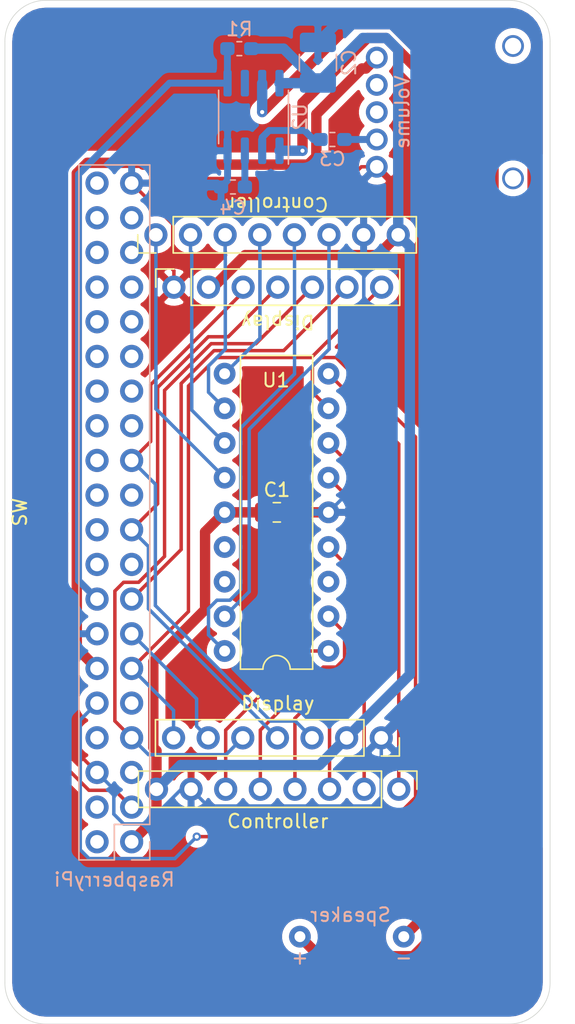
<source format=kicad_pcb>
(kicad_pcb (version 20171130) (host pcbnew "(5.1.5-0-10_14)")

  (general
    (thickness 1.6)
    (drawings 8)
    (tracks 253)
    (zones 0)
    (modules 15)
    (nets 30)
  )

  (page A4)
  (layers
    (0 F.Cu signal)
    (31 B.Cu signal)
    (32 B.Adhes user)
    (33 F.Adhes user)
    (34 B.Paste user)
    (35 F.Paste user)
    (36 B.SilkS user)
    (37 F.SilkS user)
    (38 B.Mask user)
    (39 F.Mask user)
    (40 Dwgs.User user)
    (41 Cmts.User user)
    (42 Eco1.User user)
    (43 Eco2.User user)
    (44 Edge.Cuts user)
    (45 Margin user)
    (46 B.CrtYd user)
    (47 F.CrtYd user)
    (48 B.Fab user hide)
    (49 F.Fab user hide)
  )

  (setup
    (last_trace_width 0.254)
    (user_trace_width 0.254)
    (user_trace_width 0.508)
    (user_trace_width 0.762)
    (trace_clearance 0.254)
    (zone_clearance 0.508)
    (zone_45_only no)
    (trace_min 0.2032)
    (via_size 0.4064)
    (via_drill 0.2032)
    (via_min_size 0.4064)
    (via_min_drill 0.2032)
    (uvia_size 0.4064)
    (uvia_drill 0.2032)
    (uvias_allowed no)
    (uvia_min_size 0.2)
    (uvia_min_drill 0.1)
    (edge_width 0.05)
    (segment_width 0.2)
    (pcb_text_width 0.3)
    (pcb_text_size 1.5 1.5)
    (mod_edge_width 0.12)
    (mod_text_size 1 1)
    (mod_text_width 0.15)
    (pad_size 1.7 1.7)
    (pad_drill 1)
    (pad_to_mask_clearance 0.051)
    (solder_mask_min_width 0.25)
    (aux_axis_origin 0 0)
    (visible_elements FFFFFF7F)
    (pcbplotparams
      (layerselection 0x010fc_ffffffff)
      (usegerberextensions true)
      (usegerberattributes false)
      (usegerberadvancedattributes false)
      (creategerberjobfile false)
      (excludeedgelayer true)
      (linewidth 0.100000)
      (plotframeref false)
      (viasonmask false)
      (mode 1)
      (useauxorigin false)
      (hpglpennumber 1)
      (hpglpenspeed 20)
      (hpglpendiameter 15.000000)
      (psnegative false)
      (psa4output false)
      (plotreference true)
      (plotvalue true)
      (plotinvisibletext false)
      (padsonsilk false)
      (subtractmaskfromsilk false)
      (outputformat 1)
      (mirror false)
      (drillshape 0)
      (scaleselection 1)
      (outputdirectory "RPiWDMain/"))
  )

  (net 0 "")
  (net 1 +3V3)
  (net 2 GND)
  (net 3 "Net-(C3-Pad1)")
  (net 4 "Net-(C3-Pad2)")
  (net 5 "Net-(C4-Pad1)")
  (net 6 "Net-(J1-Pad3)")
  (net 7 "Net-(J1-Pad7)")
  (net 8 "Net-(J1-Pad10)")
  (net 9 "Net-(J1-Pad11)")
  (net 10 "Net-(J1-Pad12)")
  (net 11 "Net-(J1-Pad13)")
  (net 12 "Net-(J1-Pad15)")
  (net 13 "Net-(J1-Pad16)")
  (net 14 "Net-(J1-Pad19)")
  (net 15 "Net-(J1-Pad23)")
  (net 16 "Net-(J4-Pad1)")
  (net 17 "Net-(J4-Pad2)")
  (net 18 "Net-(J4-Pad3)")
  (net 19 "Net-(J4-Pad4)")
  (net 20 "Net-(J4-Pad5)")
  (net 21 "Net-(J4-Pad6)")
  (net 22 "Net-(J5-Pad6)")
  (net 23 "Net-(J5-Pad5)")
  (net 24 "Net-(J5-Pad4)")
  (net 25 "Net-(J5-Pad3)")
  (net 26 "Net-(J5-Pad2)")
  (net 27 "Net-(J5-Pad1)")
  (net 28 "Net-(LS1-Pad1)")
  (net 29 "Net-(LS1-Pad2)")

  (net_class Default "これはデフォルトのネット クラスです。"
    (clearance 0.254)
    (trace_width 0.254)
    (via_dia 0.4064)
    (via_drill 0.2032)
    (uvia_dia 0.4064)
    (uvia_drill 0.2032)
    (diff_pair_width 0.2032)
    (diff_pair_gap 0.2032)
    (add_net +3V3)
    (add_net GND)
    (add_net "Net-(C3-Pad1)")
    (add_net "Net-(C3-Pad2)")
    (add_net "Net-(C4-Pad1)")
    (add_net "Net-(J1-Pad10)")
    (add_net "Net-(J1-Pad11)")
    (add_net "Net-(J1-Pad12)")
    (add_net "Net-(J1-Pad13)")
    (add_net "Net-(J1-Pad15)")
    (add_net "Net-(J1-Pad16)")
    (add_net "Net-(J1-Pad19)")
    (add_net "Net-(J1-Pad23)")
    (add_net "Net-(J1-Pad3)")
    (add_net "Net-(J1-Pad7)")
    (add_net "Net-(J4-Pad1)")
    (add_net "Net-(J4-Pad2)")
    (add_net "Net-(J4-Pad3)")
    (add_net "Net-(J4-Pad4)")
    (add_net "Net-(J4-Pad5)")
    (add_net "Net-(J4-Pad6)")
    (add_net "Net-(J5-Pad1)")
    (add_net "Net-(J5-Pad2)")
    (add_net "Net-(J5-Pad3)")
    (add_net "Net-(J5-Pad4)")
    (add_net "Net-(J5-Pad5)")
    (add_net "Net-(J5-Pad6)")
    (add_net "Net-(LS1-Pad1)")
    (add_net "Net-(LS1-Pad2)")
  )

  (module RPiWD_Main:Speaker_SP-281W (layer B.Cu) (tedit 5DF0C83F) (tstamp 5DEFF728)
    (at 165.4556 120.4743 180)
    (path /5DF036B6)
    (fp_text reference Speaker (at 0.1016 -6.5257) (layer B.SilkS)
      (effects (font (size 1 1) (thickness 0.15)) (justify mirror))
    )
    (fp_text value Speaker (at 0 -15) (layer B.Fab)
      (effects (font (size 1 1) (thickness 0.15)) (justify mirror))
    )
    (fp_circle (center 0 0) (end 14 -0.1) (layer B.CrtYd) (width 0.12))
    (fp_circle (center 0 0) (end 8 0) (layer B.CrtYd) (width 0.12))
    (fp_text user - (at -3.81 -9.652) (layer B.SilkS)
      (effects (font (size 1 1) (thickness 0.15)) (justify mirror))
    )
    (fp_text user + (at 3.81 -9.652) (layer B.SilkS)
      (effects (font (size 1 1) (thickness 0.15)) (justify mirror))
    )
    (pad 1 thru_hole circle (at -3.81 -8.128 180) (size 1.6 1.6) (drill 0.8) (layers *.Cu *.Mask)
      (net 28 "Net-(LS1-Pad1)"))
    (pad 2 thru_hole circle (at 3.81 -8.128 180) (size 1.6 1.6) (drill 0.8) (layers *.Cu *.Mask)
      (net 29 "Net-(LS1-Pad2)"))
  )

  (module RPiWD_Main:Switch_TS665SG-S (layer F.Cu) (tedit 5DF0C2F9) (tstamp 5DEFF756)
    (at 142.7 97.5002 270)
    (path /5DF188C6)
    (fp_text reference SW (at 0 1.6 90) (layer F.SilkS)
      (effects (font (size 1 1) (thickness 0.15)))
    )
    (fp_text value SW_Push (at 0 4 90) (layer F.Fab)
      (effects (font (size 1 1) (thickness 0.15)))
    )
    (fp_line (start -3 3) (end -3 -3) (layer F.CrtYd) (width 0.12))
    (fp_line (start 3 3) (end -3 3) (layer F.CrtYd) (width 0.12))
    (fp_line (start 3 -3) (end 3 3) (layer F.CrtYd) (width 0.12))
    (fp_line (start -3 -3) (end 3 -3) (layer F.CrtYd) (width 0.12))
    (pad 2 smd rect (at 3 0 270) (size 2 2) (layers F.Cu F.Paste F.Mask)
      (net 6 "Net-(J1-Pad3)"))
    (pad 1 smd rect (at -3 0 270) (size 2 2) (layers F.Cu F.Paste F.Mask)
      (net 2 GND))
  )

  (module Capacitor_SMD:C_0805_2012Metric_Pad1.15x1.40mm_HandSolder (layer F.Cu) (tedit 5B36C52B) (tstamp 5DEFF575)
    (at 159.9528 97.5127)
    (descr "Capacitor SMD 0805 (2012 Metric), square (rectangular) end terminal, IPC_7351 nominal with elongated pad for handsoldering. (Body size source: https://docs.google.com/spreadsheets/d/1BsfQQcO9C6DZCsRaXUlFlo91Tg2WpOkGARC1WS5S8t0/edit?usp=sharing), generated with kicad-footprint-generator")
    (tags "capacitor handsolder")
    (path /5E07156C)
    (attr smd)
    (fp_text reference C1 (at 0 -1.65) (layer F.SilkS)
      (effects (font (size 1 1) (thickness 0.15)))
    )
    (fp_text value 0.1u (at 0 1.65) (layer F.Fab)
      (effects (font (size 1 1) (thickness 0.15)))
    )
    (fp_line (start -1 0.6) (end -1 -0.6) (layer F.Fab) (width 0.1))
    (fp_line (start -1 -0.6) (end 1 -0.6) (layer F.Fab) (width 0.1))
    (fp_line (start 1 -0.6) (end 1 0.6) (layer F.Fab) (width 0.1))
    (fp_line (start 1 0.6) (end -1 0.6) (layer F.Fab) (width 0.1))
    (fp_line (start -0.261252 -0.71) (end 0.261252 -0.71) (layer F.SilkS) (width 0.12))
    (fp_line (start -0.261252 0.71) (end 0.261252 0.71) (layer F.SilkS) (width 0.12))
    (fp_line (start -1.85 0.95) (end -1.85 -0.95) (layer F.CrtYd) (width 0.05))
    (fp_line (start -1.85 -0.95) (end 1.85 -0.95) (layer F.CrtYd) (width 0.05))
    (fp_line (start 1.85 -0.95) (end 1.85 0.95) (layer F.CrtYd) (width 0.05))
    (fp_line (start 1.85 0.95) (end -1.85 0.95) (layer F.CrtYd) (width 0.05))
    (fp_text user %R (at 0 0) (layer F.Fab)
      (effects (font (size 0.5 0.5) (thickness 0.08)))
    )
    (pad 1 smd roundrect (at -1.025 0) (size 1.15 1.4) (layers F.Cu F.Paste F.Mask) (roundrect_rratio 0.217391)
      (net 1 +3V3))
    (pad 2 smd roundrect (at 1.025 0) (size 1.15 1.4) (layers F.Cu F.Paste F.Mask) (roundrect_rratio 0.217391)
      (net 2 GND))
    (model ${KISYS3DMOD}/Capacitor_SMD.3dshapes/C_0805_2012Metric.wrl
      (at (xyz 0 0 0))
      (scale (xyz 1 1 1))
      (rotate (xyz 0 0 0))
    )
  )

  (module Capacitor_SMD:C_1210_3225Metric_Pad1.42x2.65mm_HandSolder (layer B.Cu) (tedit 5B301BBE) (tstamp 5DEFF586)
    (at 162.9664 64.5673 90)
    (descr "Capacitor SMD 1210 (3225 Metric), square (rectangular) end terminal, IPC_7351 nominal with elongated pad for handsoldering. (Body size source: http://www.tortai-tech.com/upload/download/2011102023233369053.pdf), generated with kicad-footprint-generator")
    (tags "capacitor handsolder")
    (path /5E072C27)
    (attr smd)
    (fp_text reference C2 (at 0 2.28 90) (layer B.SilkS)
      (effects (font (size 1 1) (thickness 0.15)) (justify mirror))
    )
    (fp_text value 47u (at 0 -2.28 90) (layer B.Fab)
      (effects (font (size 1 1) (thickness 0.15)) (justify mirror))
    )
    (fp_line (start -1.6 -1.25) (end -1.6 1.25) (layer B.Fab) (width 0.1))
    (fp_line (start -1.6 1.25) (end 1.6 1.25) (layer B.Fab) (width 0.1))
    (fp_line (start 1.6 1.25) (end 1.6 -1.25) (layer B.Fab) (width 0.1))
    (fp_line (start 1.6 -1.25) (end -1.6 -1.25) (layer B.Fab) (width 0.1))
    (fp_line (start -0.602064 1.36) (end 0.602064 1.36) (layer B.SilkS) (width 0.12))
    (fp_line (start -0.602064 -1.36) (end 0.602064 -1.36) (layer B.SilkS) (width 0.12))
    (fp_line (start -2.45 -1.58) (end -2.45 1.58) (layer B.CrtYd) (width 0.05))
    (fp_line (start -2.45 1.58) (end 2.45 1.58) (layer B.CrtYd) (width 0.05))
    (fp_line (start 2.45 1.58) (end 2.45 -1.58) (layer B.CrtYd) (width 0.05))
    (fp_line (start 2.45 -1.58) (end -2.45 -1.58) (layer B.CrtYd) (width 0.05))
    (fp_text user %R (at 0 0 90) (layer B.Fab)
      (effects (font (size 0.8 0.8) (thickness 0.12)) (justify mirror))
    )
    (pad 1 smd roundrect (at -1.4875 0 90) (size 1.425 2.65) (layers B.Cu B.Paste B.Mask) (roundrect_rratio 0.175439)
      (net 1 +3V3))
    (pad 2 smd roundrect (at 1.4875 0 90) (size 1.425 2.65) (layers B.Cu B.Paste B.Mask) (roundrect_rratio 0.175439)
      (net 2 GND))
    (model ${KISYS3DMOD}/Capacitor_SMD.3dshapes/C_1210_3225Metric.wrl
      (at (xyz 0 0 0))
      (scale (xyz 1 1 1))
      (rotate (xyz 0 0 0))
    )
  )

  (module Capacitor_SMD:C_0603_1608Metric_Pad1.05x0.95mm_HandSolder (layer B.Cu) (tedit 5B301BBE) (tstamp 5DEFF597)
    (at 164.0332 70.195)
    (descr "Capacitor SMD 0603 (1608 Metric), square (rectangular) end terminal, IPC_7351 nominal with elongated pad for handsoldering. (Body size source: http://www.tortai-tech.com/upload/download/2011102023233369053.pdf), generated with kicad-footprint-generator")
    (tags "capacitor handsolder")
    (path /5DF0139C)
    (attr smd)
    (fp_text reference C3 (at 0 1.43 180) (layer B.SilkS)
      (effects (font (size 1 1) (thickness 0.15)) (justify mirror))
    )
    (fp_text value 1u (at 0 -1.43 180) (layer B.Fab)
      (effects (font (size 1 1) (thickness 0.15)) (justify mirror))
    )
    (fp_line (start -0.8 -0.4) (end -0.8 0.4) (layer B.Fab) (width 0.1))
    (fp_line (start -0.8 0.4) (end 0.8 0.4) (layer B.Fab) (width 0.1))
    (fp_line (start 0.8 0.4) (end 0.8 -0.4) (layer B.Fab) (width 0.1))
    (fp_line (start 0.8 -0.4) (end -0.8 -0.4) (layer B.Fab) (width 0.1))
    (fp_line (start -0.171267 0.51) (end 0.171267 0.51) (layer B.SilkS) (width 0.12))
    (fp_line (start -0.171267 -0.51) (end 0.171267 -0.51) (layer B.SilkS) (width 0.12))
    (fp_line (start -1.65 -0.73) (end -1.65 0.73) (layer B.CrtYd) (width 0.05))
    (fp_line (start -1.65 0.73) (end 1.65 0.73) (layer B.CrtYd) (width 0.05))
    (fp_line (start 1.65 0.73) (end 1.65 -0.73) (layer B.CrtYd) (width 0.05))
    (fp_line (start 1.65 -0.73) (end -1.65 -0.73) (layer B.CrtYd) (width 0.05))
    (fp_text user %R (at 0 0 180) (layer B.Fab)
      (effects (font (size 0.4 0.4) (thickness 0.06)) (justify mirror))
    )
    (pad 1 smd roundrect (at -0.875 0) (size 1.05 0.95) (layers B.Cu B.Paste B.Mask) (roundrect_rratio 0.25)
      (net 3 "Net-(C3-Pad1)"))
    (pad 2 smd roundrect (at 0.875 0) (size 1.05 0.95) (layers B.Cu B.Paste B.Mask) (roundrect_rratio 0.25)
      (net 4 "Net-(C3-Pad2)"))
    (model ${KISYS3DMOD}/Capacitor_SMD.3dshapes/C_0603_1608Metric.wrl
      (at (xyz 0 0 0))
      (scale (xyz 1 1 1))
      (rotate (xyz 0 0 0))
    )
  )

  (module Capacitor_SMD:C_0603_1608Metric_Pad1.05x0.95mm_HandSolder (layer B.Cu) (tedit 5B301BBE) (tstamp 5DEFF5A8)
    (at 156.732 73.6748 180)
    (descr "Capacitor SMD 0603 (1608 Metric), square (rectangular) end terminal, IPC_7351 nominal with elongated pad for handsoldering. (Body size source: http://www.tortai-tech.com/upload/download/2011102023233369053.pdf), generated with kicad-footprint-generator")
    (tags "capacitor handsolder")
    (path /5DF031BF)
    (attr smd)
    (fp_text reference C4 (at 0.014 -1.5092) (layer B.SilkS)
      (effects (font (size 1 1) (thickness 0.15)) (justify mirror))
    )
    (fp_text value 1u (at 0 -1.43) (layer B.Fab)
      (effects (font (size 1 1) (thickness 0.15)) (justify mirror))
    )
    (fp_text user %R (at 0 0) (layer B.Fab)
      (effects (font (size 0.4 0.4) (thickness 0.06)) (justify mirror))
    )
    (fp_line (start 1.65 -0.73) (end -1.65 -0.73) (layer B.CrtYd) (width 0.05))
    (fp_line (start 1.65 0.73) (end 1.65 -0.73) (layer B.CrtYd) (width 0.05))
    (fp_line (start -1.65 0.73) (end 1.65 0.73) (layer B.CrtYd) (width 0.05))
    (fp_line (start -1.65 -0.73) (end -1.65 0.73) (layer B.CrtYd) (width 0.05))
    (fp_line (start -0.171267 -0.51) (end 0.171267 -0.51) (layer B.SilkS) (width 0.12))
    (fp_line (start -0.171267 0.51) (end 0.171267 0.51) (layer B.SilkS) (width 0.12))
    (fp_line (start 0.8 -0.4) (end -0.8 -0.4) (layer B.Fab) (width 0.1))
    (fp_line (start 0.8 0.4) (end 0.8 -0.4) (layer B.Fab) (width 0.1))
    (fp_line (start -0.8 0.4) (end 0.8 0.4) (layer B.Fab) (width 0.1))
    (fp_line (start -0.8 -0.4) (end -0.8 0.4) (layer B.Fab) (width 0.1))
    (pad 2 smd roundrect (at 0.875 0 180) (size 1.05 0.95) (layers B.Cu B.Paste B.Mask) (roundrect_rratio 0.25)
      (net 2 GND))
    (pad 1 smd roundrect (at -0.875 0 180) (size 1.05 0.95) (layers B.Cu B.Paste B.Mask) (roundrect_rratio 0.25)
      (net 5 "Net-(C4-Pad1)"))
    (model ${KISYS3DMOD}/Capacitor_SMD.3dshapes/C_0603_1608Metric.wrl
      (at (xyz 0 0 0))
      (scale (xyz 1 1 1))
      (rotate (xyz 0 0 0))
    )
  )

  (module Connector_PinSocket_2.54mm:PinSocket_2x20_P2.54mm_Vertical (layer B.Cu) (tedit 5DF0C84F) (tstamp 5DF11C4C)
    (at 149.3 121.6502)
    (descr "Through hole straight socket strip, 2x20, 2.54mm pitch, double cols (from Kicad 4.0.7), script generated")
    (tags "Through hole socket strip THT 2x20 2.54mm double row")
    (path /5DEF385B)
    (fp_text reference RaspberryPi (at -1.27 2.77) (layer B.SilkS)
      (effects (font (size 1 1) (thickness 0.15)) (justify mirror))
    )
    (fp_text value Raspberry_Pi_Zero (at -1.27 -51.03) (layer B.Fab)
      (effects (font (size 1 1) (thickness 0.15)) (justify mirror))
    )
    (fp_line (start -3.81 1.27) (end 0.27 1.27) (layer B.Fab) (width 0.1))
    (fp_line (start 0.27 1.27) (end 1.27 0.27) (layer B.Fab) (width 0.1))
    (fp_line (start 1.27 0.27) (end 1.27 -49.53) (layer B.Fab) (width 0.1))
    (fp_line (start 1.27 -49.53) (end -3.81 -49.53) (layer B.Fab) (width 0.1))
    (fp_line (start -3.81 -49.53) (end -3.81 1.27) (layer B.Fab) (width 0.1))
    (fp_line (start -3.87 1.33) (end -1.27 1.33) (layer B.SilkS) (width 0.12))
    (fp_line (start -3.87 1.33) (end -3.87 -49.59) (layer B.SilkS) (width 0.12))
    (fp_line (start -3.87 -49.59) (end 1.33 -49.59) (layer B.SilkS) (width 0.12))
    (fp_line (start 1.33 -1.27) (end 1.33 -49.59) (layer B.SilkS) (width 0.12))
    (fp_line (start -1.27 -1.27) (end 1.33 -1.27) (layer B.SilkS) (width 0.12))
    (fp_line (start -1.27 1.33) (end -1.27 -1.27) (layer B.SilkS) (width 0.12))
    (fp_line (start 1.33 1.33) (end 1.33 0) (layer B.SilkS) (width 0.12))
    (fp_line (start 0 1.33) (end 1.33 1.33) (layer B.SilkS) (width 0.12))
    (fp_line (start -4.34 1.8) (end 1.76 1.8) (layer B.CrtYd) (width 0.05))
    (fp_line (start 1.76 1.8) (end 1.76 -50) (layer B.CrtYd) (width 0.05))
    (fp_line (start 1.76 -50) (end -4.34 -50) (layer B.CrtYd) (width 0.05))
    (fp_line (start -4.34 -50) (end -4.34 1.8) (layer B.CrtYd) (width 0.05))
    (fp_text user %R (at -1.27 -24.13 -90) (layer B.Fab)
      (effects (font (size 1 1) (thickness 0.15)) (justify mirror))
    )
    (pad 1 thru_hole oval (at 0 0) (size 1.7 1.7) (drill 1) (layers *.Cu *.Mask)
      (net 1 +3V3))
    (pad 2 thru_hole oval (at -2.54 0) (size 1.7 1.7) (drill 1) (layers *.Cu *.Mask))
    (pad 3 thru_hole oval (at 0 -2.54) (size 1.7 1.7) (drill 1) (layers *.Cu *.Mask)
      (net 6 "Net-(J1-Pad3)"))
    (pad 4 thru_hole oval (at -2.54 -2.54) (size 1.7 1.7) (drill 1) (layers *.Cu *.Mask))
    (pad 5 thru_hole oval (at 0 -5.08) (size 1.7 1.7) (drill 1) (layers *.Cu *.Mask))
    (pad 6 thru_hole oval (at -2.54 -5.08) (size 1.7 1.7) (drill 1) (layers *.Cu *.Mask)
      (net 2 GND))
    (pad 7 thru_hole oval (at 0 -7.62) (size 1.7 1.7) (drill 1) (layers *.Cu *.Mask)
      (net 7 "Net-(J1-Pad7)"))
    (pad 8 thru_hole oval (at -2.54 -7.62) (size 1.7 1.7) (drill 1) (layers *.Cu *.Mask))
    (pad 9 thru_hole oval (at 0 -10.16) (size 1.7 1.7) (drill 1) (layers *.Cu *.Mask))
    (pad 10 thru_hole oval (at -2.54 -10.16) (size 1.7 1.7) (drill 1) (layers *.Cu *.Mask)
      (net 8 "Net-(J1-Pad10)"))
    (pad 11 thru_hole oval (at 0 -12.7) (size 1.7 1.7) (drill 1) (layers *.Cu *.Mask)
      (net 9 "Net-(J1-Pad11)"))
    (pad 12 thru_hole oval (at -2.54 -12.7) (size 1.7 1.7) (drill 1) (layers *.Cu *.Mask)
      (net 10 "Net-(J1-Pad12)"))
    (pad 13 thru_hole oval (at 0 -15.24) (size 1.7 1.7) (drill 1) (layers *.Cu *.Mask)
      (net 11 "Net-(J1-Pad13)"))
    (pad 14 thru_hole oval (at -2.54 -15.24) (size 1.7 1.7) (drill 1) (layers *.Cu *.Mask)
      (net 2 GND))
    (pad 15 thru_hole oval (at 0 -17.78) (size 1.7 1.7) (drill 1) (layers *.Cu *.Mask)
      (net 12 "Net-(J1-Pad15)"))
    (pad 16 thru_hole oval (at -2.54 -17.78) (size 1.7 1.7) (drill 1) (layers *.Cu *.Mask)
      (net 13 "Net-(J1-Pad16)"))
    (pad 17 thru_hole oval (at 0 -20.32) (size 1.7 1.7) (drill 1) (layers *.Cu *.Mask))
    (pad 18 thru_hole oval (at -2.54 -20.32) (size 1.7 1.7) (drill 1) (layers *.Cu *.Mask))
    (pad 19 thru_hole oval (at 0 -22.86) (size 1.7 1.7) (drill 1) (layers *.Cu *.Mask)
      (net 14 "Net-(J1-Pad19)"))
    (pad 20 thru_hole oval (at -2.54 -22.86) (size 1.7 1.7) (drill 1) (layers *.Cu *.Mask))
    (pad 21 thru_hole oval (at 0 -25.4) (size 1.7 1.7) (drill 1) (layers *.Cu *.Mask))
    (pad 22 thru_hole oval (at -2.54 -25.4) (size 1.7 1.7) (drill 1) (layers *.Cu *.Mask))
    (pad 23 thru_hole oval (at 0 -27.94) (size 1.7 1.7) (drill 1) (layers *.Cu *.Mask)
      (net 15 "Net-(J1-Pad23)"))
    (pad 24 thru_hole oval (at -2.54 -27.94) (size 1.7 1.7) (drill 1) (layers *.Cu *.Mask))
    (pad 25 thru_hole oval (at 0 -30.48) (size 1.7 1.7) (drill 1) (layers *.Cu *.Mask))
    (pad 26 thru_hole oval (at -2.54 -30.48) (size 1.7 1.7) (drill 1) (layers *.Cu *.Mask))
    (pad 27 thru_hole oval (at 0 -33.02) (size 1.7 1.7) (drill 1) (layers *.Cu *.Mask))
    (pad 28 thru_hole oval (at -2.54 -33.02) (size 1.7 1.7) (drill 1) (layers *.Cu *.Mask))
    (pad 29 thru_hole oval (at 0 -35.56) (size 1.7 1.7) (drill 1) (layers *.Cu *.Mask))
    (pad 30 thru_hole oval (at -2.54 -35.56) (size 1.7 1.7) (drill 1) (layers *.Cu *.Mask))
    (pad 31 thru_hole oval (at 0 -38.1) (size 1.7 1.7) (drill 1) (layers *.Cu *.Mask))
    (pad 32 thru_hole oval (at -2.54 -38.1) (size 1.7 1.7) (drill 1) (layers *.Cu *.Mask))
    (pad 33 thru_hole oval (at 0 -40.64) (size 1.7 1.7) (drill 1) (layers *.Cu *.Mask))
    (pad 34 thru_hole oval (at -2.54 -40.64) (size 1.7 1.7) (drill 1) (layers *.Cu *.Mask))
    (pad 35 thru_hole oval (at 0 -43.18) (size 1.7 1.7) (drill 1) (layers *.Cu *.Mask))
    (pad 36 thru_hole oval (at -2.54 -43.18) (size 1.7 1.7) (drill 1) (layers *.Cu *.Mask))
    (pad 37 thru_hole oval (at 0 -45.72) (size 1.7 1.7) (drill 1) (layers *.Cu *.Mask))
    (pad 38 thru_hole oval (at -2.54 -45.72) (size 1.7 1.7) (drill 1) (layers *.Cu *.Mask))
    (pad 39 thru_hole oval (at 0 -48.26) (size 1.7 1.7) (drill 1) (layers *.Cu *.Mask)
      (net 2 GND))
    (pad 40 thru_hole oval (at -2.54 -48.26) (size 1.7 1.7) (drill 1) (layers *.Cu *.Mask))
    (model ${KISYS3DMOD}/Connector_PinSocket_2.54mm.3dshapes/PinSocket_2x20_P2.54mm_Vertical.wrl
      (at (xyz 0 0 0))
      (scale (xyz 1 1 1))
      (rotate (xyz 0 0 0))
    )
  )

  (module Connector_PinSocket_2.54mm:PinSocket_1x07_P2.54mm_Vertical (layer F.Cu) (tedit 5DF0C81C) (tstamp 5DEFF601)
    (at 167.6146 114.0354 270)
    (descr "Through hole straight socket strip, 1x07, 2.54mm pitch, single row (from Kicad 4.0.7), script generated")
    (tags "Through hole socket strip THT 1x07 2.54mm single row")
    (path /5DEF485E)
    (fp_text reference Display (at -2.5294 7.5946 180) (layer F.SilkS)
      (effects (font (size 1 1) (thickness 0.15)))
    )
    (fp_text value TFT (at 0 18.01 90) (layer F.Fab)
      (effects (font (size 1 1) (thickness 0.15)))
    )
    (fp_text user %R (at 0 7.62) (layer F.Fab)
      (effects (font (size 1 1) (thickness 0.15)))
    )
    (fp_line (start -1.8 17) (end -1.8 -1.8) (layer F.CrtYd) (width 0.05))
    (fp_line (start 1.75 17) (end -1.8 17) (layer F.CrtYd) (width 0.05))
    (fp_line (start 1.75 -1.8) (end 1.75 17) (layer F.CrtYd) (width 0.05))
    (fp_line (start -1.8 -1.8) (end 1.75 -1.8) (layer F.CrtYd) (width 0.05))
    (fp_line (start 0 -1.33) (end 1.33 -1.33) (layer F.SilkS) (width 0.12))
    (fp_line (start 1.33 -1.33) (end 1.33 0) (layer F.SilkS) (width 0.12))
    (fp_line (start 1.33 1.27) (end 1.33 16.57) (layer F.SilkS) (width 0.12))
    (fp_line (start -1.33 16.57) (end 1.33 16.57) (layer F.SilkS) (width 0.12))
    (fp_line (start -1.33 1.27) (end -1.33 16.57) (layer F.SilkS) (width 0.12))
    (fp_line (start -1.33 1.27) (end 1.33 1.27) (layer F.SilkS) (width 0.12))
    (fp_line (start -1.27 16.51) (end -1.27 -1.27) (layer F.Fab) (width 0.1))
    (fp_line (start 1.27 16.51) (end -1.27 16.51) (layer F.Fab) (width 0.1))
    (fp_line (start 1.27 -0.635) (end 1.27 16.51) (layer F.Fab) (width 0.1))
    (fp_line (start 0.635 -1.27) (end 1.27 -0.635) (layer F.Fab) (width 0.1))
    (fp_line (start -1.27 -1.27) (end 0.635 -1.27) (layer F.Fab) (width 0.1))
    (pad 7 thru_hole oval (at 0 15.24 270) (size 1.7 1.7) (drill 1) (layers *.Cu *.Mask)
      (net 9 "Net-(J1-Pad11)"))
    (pad 6 thru_hole oval (at 0 12.7 270) (size 1.7 1.7) (drill 1) (layers *.Cu *.Mask)
      (net 11 "Net-(J1-Pad13)"))
    (pad 5 thru_hole oval (at 0 10.16 270) (size 1.7 1.7) (drill 1) (layers *.Cu *.Mask)
      (net 7 "Net-(J1-Pad7)"))
    (pad 4 thru_hole oval (at 0 7.62 270) (size 1.7 1.7) (drill 1) (layers *.Cu *.Mask)
      (net 14 "Net-(J1-Pad19)"))
    (pad 3 thru_hole oval (at 0 5.08 270) (size 1.7 1.7) (drill 1) (layers *.Cu *.Mask)
      (net 15 "Net-(J1-Pad23)"))
    (pad 2 thru_hole oval (at 0 2.54 270) (size 1.7 1.7) (drill 1) (layers *.Cu *.Mask)
      (net 1 +3V3))
    (pad 1 thru_hole circle (at 0 0 270) (size 1.7 1.7) (drill 1) (layers *.Cu *.Mask)
      (net 2 GND))
    (model ${KISYS3DMOD}/Connector_PinSocket_2.54mm.3dshapes/PinSocket_1x07_P2.54mm_Vertical.wrl
      (at (xyz 0 0 0))
      (scale (xyz 1 1 1))
      (rotate (xyz 0 0 0))
    )
  )

  (module Connector_PinSocket_2.54mm:PinSocket_1x07_P2.54mm_Vertical (layer F.Cu) (tedit 5DF0C823) (tstamp 5DF126BA)
    (at 152.4 81.0154 90)
    (descr "Through hole straight socket strip, 1x07, 2.54mm pitch, single row (from Kicad 4.0.7), script generated")
    (tags "Through hole socket strip THT 1x07 2.54mm single row")
    (path /5DEF4D84)
    (fp_text reference Display (at -2.5506 7.62 180 unlocked) (layer F.SilkS)
      (effects (font (size 1 1) (thickness 0.15)))
    )
    (fp_text value TFT_1_3_inch (at 0 18.01 90) (layer F.Fab)
      (effects (font (size 1 1) (thickness 0.15)))
    )
    (fp_line (start -1.27 -1.27) (end 0.635 -1.27) (layer F.Fab) (width 0.1))
    (fp_line (start 0.635 -1.27) (end 1.27 -0.635) (layer F.Fab) (width 0.1))
    (fp_line (start 1.27 -0.635) (end 1.27 16.51) (layer F.Fab) (width 0.1))
    (fp_line (start 1.27 16.51) (end -1.27 16.51) (layer F.Fab) (width 0.1))
    (fp_line (start -1.27 16.51) (end -1.27 -1.27) (layer F.Fab) (width 0.1))
    (fp_line (start -1.33 1.27) (end 1.33 1.27) (layer F.SilkS) (width 0.12))
    (fp_line (start -1.33 1.27) (end -1.33 16.57) (layer F.SilkS) (width 0.12))
    (fp_line (start -1.33 16.57) (end 1.33 16.57) (layer F.SilkS) (width 0.12))
    (fp_line (start 1.33 1.27) (end 1.33 16.57) (layer F.SilkS) (width 0.12))
    (fp_line (start 1.33 -1.33) (end 1.33 0) (layer F.SilkS) (width 0.12))
    (fp_line (start 0 -1.33) (end 1.33 -1.33) (layer F.SilkS) (width 0.12))
    (fp_line (start -1.8 -1.8) (end 1.75 -1.8) (layer F.CrtYd) (width 0.05))
    (fp_line (start 1.75 -1.8) (end 1.75 17) (layer F.CrtYd) (width 0.05))
    (fp_line (start 1.75 17) (end -1.8 17) (layer F.CrtYd) (width 0.05))
    (fp_line (start -1.8 17) (end -1.8 -1.8) (layer F.CrtYd) (width 0.05))
    (fp_text user %R (at 0 7.62) (layer F.Fab)
      (effects (font (size 1 1) (thickness 0.15)))
    )
    (pad 1 thru_hole circle (at 0 0 90) (size 1.7 1.7) (drill 1) (layers *.Cu *.Mask)
      (net 2 GND))
    (pad 2 thru_hole oval (at 0 2.54 90) (size 1.7 1.7) (drill 1) (layers *.Cu *.Mask)
      (net 1 +3V3))
    (pad 3 thru_hole oval (at 0 5.08 90) (size 1.7 1.7) (drill 1) (layers *.Cu *.Mask)
      (net 15 "Net-(J1-Pad23)"))
    (pad 4 thru_hole oval (at 0 7.62 90) (size 1.7 1.7) (drill 1) (layers *.Cu *.Mask)
      (net 14 "Net-(J1-Pad19)"))
    (pad 5 thru_hole oval (at 0 10.16 90) (size 1.7 1.7) (drill 1) (layers *.Cu *.Mask)
      (net 7 "Net-(J1-Pad7)"))
    (pad 6 thru_hole oval (at 0 12.7 90) (size 1.7 1.7) (drill 1) (layers *.Cu *.Mask)
      (net 12 "Net-(J1-Pad15)"))
    (pad 7 thru_hole oval (at 0 15.24 90) (size 1.7 1.7) (drill 1) (layers *.Cu *.Mask)
      (net 9 "Net-(J1-Pad11)"))
    (model ${KISYS3DMOD}/Connector_PinSocket_2.54mm.3dshapes/PinSocket_1x07_P2.54mm_Vertical.wrl
      (at (xyz 0 0 0))
      (scale (xyz 1 1 1))
      (rotate (xyz 0 0 0))
    )
  )

  (module Resistor_SMD:R_0603_1608Metric_Pad1.05x0.95mm_HandSolder (layer B.Cu) (tedit 5B301BBD) (tstamp 5DEFF739)
    (at 157.2006 63.5402 180)
    (descr "Resistor SMD 0603 (1608 Metric), square (rectangular) end terminal, IPC_7351 nominal with elongated pad for handsoldering. (Body size source: http://www.tortai-tech.com/upload/download/2011102023233369053.pdf), generated with kicad-footprint-generator")
    (tags "resistor handsolder")
    (path /5DF085A6)
    (attr smd)
    (fp_text reference R1 (at 0 1.43) (layer B.SilkS)
      (effects (font (size 1 1) (thickness 0.15)) (justify mirror))
    )
    (fp_text value 10k (at 0 -1.43) (layer B.Fab)
      (effects (font (size 1 1) (thickness 0.15)) (justify mirror))
    )
    (fp_line (start -0.8 -0.4) (end -0.8 0.4) (layer B.Fab) (width 0.1))
    (fp_line (start -0.8 0.4) (end 0.8 0.4) (layer B.Fab) (width 0.1))
    (fp_line (start 0.8 0.4) (end 0.8 -0.4) (layer B.Fab) (width 0.1))
    (fp_line (start 0.8 -0.4) (end -0.8 -0.4) (layer B.Fab) (width 0.1))
    (fp_line (start -0.171267 0.51) (end 0.171267 0.51) (layer B.SilkS) (width 0.12))
    (fp_line (start -0.171267 -0.51) (end 0.171267 -0.51) (layer B.SilkS) (width 0.12))
    (fp_line (start -1.65 -0.73) (end -1.65 0.73) (layer B.CrtYd) (width 0.05))
    (fp_line (start -1.65 0.73) (end 1.65 0.73) (layer B.CrtYd) (width 0.05))
    (fp_line (start 1.65 0.73) (end 1.65 -0.73) (layer B.CrtYd) (width 0.05))
    (fp_line (start 1.65 -0.73) (end -1.65 -0.73) (layer B.CrtYd) (width 0.05))
    (fp_text user %R (at 0 0) (layer B.Fab)
      (effects (font (size 0.4 0.4) (thickness 0.06)) (justify mirror))
    )
    (pad 1 smd roundrect (at -0.875 0 180) (size 1.05 0.95) (layers B.Cu B.Paste B.Mask) (roundrect_rratio 0.25)
      (net 1 +3V3))
    (pad 2 smd roundrect (at 0.875 0 180) (size 1.05 0.95) (layers B.Cu B.Paste B.Mask) (roundrect_rratio 0.25)
      (net 13 "Net-(J1-Pad16)"))
    (model ${KISYS3DMOD}/Resistor_SMD.3dshapes/R_0603_1608Metric.wrl
      (at (xyz 0 0 0))
      (scale (xyz 1 1 1))
      (rotate (xyz 0 0 0))
    )
  )

  (module RPiWD_Main:Volume_RK10J (layer B.Cu) (tedit 5DF0C844) (tstamp 5DEFF74A)
    (at 174.7844 68.195 90)
    (path /5DEF7427)
    (fp_text reference Volume (at 0 -5.6204 90) (layer B.SilkS)
      (effects (font (size 1 1) (thickness 0.15)) (justify mirror))
    )
    (fp_text value Vol (at 0 -9 90) (layer B.Fab)
      (effects (font (size 1 1) (thickness 0.15)) (justify mirror))
    )
    (fp_circle (center 0 0) (end -0.1 -7) (layer B.CrtYd) (width 0.12))
    (fp_line (start 6 -7.5) (end -5.4 -7.5) (layer B.CrtYd) (width 0.12))
    (fp_line (start 6 -7.5) (end 6 -3.6) (layer B.CrtYd) (width 0.12))
    (fp_line (start -5.4 -7.5) (end -5.4 -4.5) (layer B.CrtYd) (width 0.12))
    (fp_line (start 0 5) (end 4.8 5) (layer B.CrtYd) (width 0.12))
    (fp_line (start 4.8 5) (end -4.9 5) (layer B.CrtYd) (width 0.12))
    (pad 1 thru_hole circle (at -4 -7.5 90) (size 1.6 1.6) (drill 1) (layers *.Cu *.Mask)
      (net 2 GND))
    (pad 2 thru_hole circle (at -2 -7.5 90) (size 1.6 1.6) (drill 1) (layers *.Cu *.Mask)
      (net 4 "Net-(C3-Pad2)"))
    (pad ~ thru_hole circle (at 0 -7.5 90) (size 1.6 1.6) (drill 1) (layers *.Cu *.Mask))
    (pad ~ thru_hole circle (at 2 -7.5 90) (size 1.6 1.6) (drill 1) (layers *.Cu *.Mask))
    (pad 3 thru_hole circle (at 4 -7.5 90) (size 1.6 1.6) (drill 1) (layers *.Cu *.Mask)
      (net 10 "Net-(J1-Pad12)"))
    (pad ~ thru_hole circle (at -4.85 2.5 90) (size 1.6 1.6) (drill 1.2) (layers *.Cu *.Mask))
    (pad ~ thru_hole circle (at 4.85 2.5 90) (size 1.6 1.6) (drill 1.2) (layers *.Cu *.Mask))
  )

  (module Package_SO:SOIC-8_3.9x4.9mm_P1.27mm (layer B.Cu) (tedit 5D9F72B1) (tstamp 5DEFF796)
    (at 158.242 68.544 90)
    (descr "SOIC, 8 Pin (JEDEC MS-012AA, https://www.analog.com/media/en/package-pcb-resources/package/pkg_pdf/soic_narrow-r/r_8.pdf), generated with kicad-footprint-generator ipc_gullwing_generator.py")
    (tags "SOIC SO")
    (path /5DEF585B)
    (attr smd)
    (fp_text reference U2 (at 0 3.4 90) (layer B.SilkS)
      (effects (font (size 1 1) (thickness 0.15)) (justify mirror))
    )
    (fp_text value HT82V739 (at 0 -3.4 90) (layer B.Fab)
      (effects (font (size 1 1) (thickness 0.15)) (justify mirror))
    )
    (fp_line (start 0 -2.56) (end 1.95 -2.56) (layer B.SilkS) (width 0.12))
    (fp_line (start 0 -2.56) (end -1.95 -2.56) (layer B.SilkS) (width 0.12))
    (fp_line (start 0 2.56) (end 1.95 2.56) (layer B.SilkS) (width 0.12))
    (fp_line (start 0 2.56) (end -3.45 2.56) (layer B.SilkS) (width 0.12))
    (fp_line (start -0.975 2.45) (end 1.95 2.45) (layer B.Fab) (width 0.1))
    (fp_line (start 1.95 2.45) (end 1.95 -2.45) (layer B.Fab) (width 0.1))
    (fp_line (start 1.95 -2.45) (end -1.95 -2.45) (layer B.Fab) (width 0.1))
    (fp_line (start -1.95 -2.45) (end -1.95 1.475) (layer B.Fab) (width 0.1))
    (fp_line (start -1.95 1.475) (end -0.975 2.45) (layer B.Fab) (width 0.1))
    (fp_line (start -3.7 2.7) (end -3.7 -2.7) (layer B.CrtYd) (width 0.05))
    (fp_line (start -3.7 -2.7) (end 3.7 -2.7) (layer B.CrtYd) (width 0.05))
    (fp_line (start 3.7 -2.7) (end 3.7 2.7) (layer B.CrtYd) (width 0.05))
    (fp_line (start 3.7 2.7) (end -3.7 2.7) (layer B.CrtYd) (width 0.05))
    (fp_text user %R (at 0 0 90) (layer B.Fab)
      (effects (font (size 0.98 0.98) (thickness 0.15)) (justify mirror))
    )
    (pad 1 smd roundrect (at -2.475 1.905 90) (size 1.95 0.6) (layers B.Cu B.Paste B.Mask) (roundrect_rratio 0.25)
      (net 28 "Net-(LS1-Pad1)"))
    (pad 2 smd roundrect (at -2.475 0.635 90) (size 1.95 0.6) (layers B.Cu B.Paste B.Mask) (roundrect_rratio 0.25)
      (net 3 "Net-(C3-Pad1)"))
    (pad 3 smd roundrect (at -2.475 -0.635 90) (size 1.95 0.6) (layers B.Cu B.Paste B.Mask) (roundrect_rratio 0.25)
      (net 5 "Net-(C4-Pad1)"))
    (pad 4 smd roundrect (at -2.475 -1.905 90) (size 1.95 0.6) (layers B.Cu B.Paste B.Mask) (roundrect_rratio 0.25)
      (net 2 GND))
    (pad 5 smd roundrect (at 2.475 -1.905 90) (size 1.95 0.6) (layers B.Cu B.Paste B.Mask) (roundrect_rratio 0.25)
      (net 13 "Net-(J1-Pad16)"))
    (pad 6 smd roundrect (at 2.475 -0.635 90) (size 1.95 0.6) (layers B.Cu B.Paste B.Mask) (roundrect_rratio 0.25))
    (pad 7 smd roundrect (at 2.475 0.635 90) (size 1.95 0.6) (layers B.Cu B.Paste B.Mask) (roundrect_rratio 0.25)
      (net 29 "Net-(LS1-Pad2)"))
    (pad 8 smd roundrect (at 2.475 1.905 90) (size 1.95 0.6) (layers B.Cu B.Paste B.Mask) (roundrect_rratio 0.25)
      (net 1 +3V3))
    (model ${KISYS3DMOD}/Package_SO.3dshapes/SOIC-8_3.9x4.9mm_P1.27mm.wrl
      (at (xyz 0 0 0))
      (scale (xyz 1 1 1))
      (rotate (xyz 0 0 0))
    )
  )

  (module Package_DIP:DIP-18_W7.62mm (layer F.Cu) (tedit 5DF0C82C) (tstamp 5DF000F8)
    (at 163.7411 107.6727 180)
    (descr "18-lead though-hole mounted DIP package, row spacing 7.62 mm (300 mils)")
    (tags "THT DIP DIL PDIP 2.54mm 7.62mm 300mil")
    (path /5DEF61A5)
    (fp_text reference U1 (at 3.851 19.8406) (layer F.SilkS)
      (effects (font (size 1 1) (thickness 0.15)))
    )
    (fp_text value PIC16F1827 (at 3.81 22.65) (layer F.Fab)
      (effects (font (size 1 1) (thickness 0.15)))
    )
    (fp_arc (start 3.81 -1.33) (end 2.81 -1.33) (angle -180) (layer F.SilkS) (width 0.12))
    (fp_line (start 1.635 -1.27) (end 6.985 -1.27) (layer F.Fab) (width 0.1))
    (fp_line (start 6.985 -1.27) (end 6.985 21.59) (layer F.Fab) (width 0.1))
    (fp_line (start 6.985 21.59) (end 0.635 21.59) (layer F.Fab) (width 0.1))
    (fp_line (start 0.635 21.59) (end 0.635 -0.27) (layer F.Fab) (width 0.1))
    (fp_line (start 0.635 -0.27) (end 1.635 -1.27) (layer F.Fab) (width 0.1))
    (fp_line (start 2.81 -1.33) (end 1.16 -1.33) (layer F.SilkS) (width 0.12))
    (fp_line (start 1.16 -1.33) (end 1.16 21.65) (layer F.SilkS) (width 0.12))
    (fp_line (start 1.16 21.65) (end 6.46 21.65) (layer F.SilkS) (width 0.12))
    (fp_line (start 6.46 21.65) (end 6.46 -1.33) (layer F.SilkS) (width 0.12))
    (fp_line (start 6.46 -1.33) (end 4.81 -1.33) (layer F.SilkS) (width 0.12))
    (fp_line (start -1.1 -1.55) (end -1.1 21.85) (layer F.CrtYd) (width 0.05))
    (fp_line (start -1.1 21.85) (end 8.7 21.85) (layer F.CrtYd) (width 0.05))
    (fp_line (start 8.7 21.85) (end 8.7 -1.55) (layer F.CrtYd) (width 0.05))
    (fp_line (start 8.7 -1.55) (end -1.1 -1.55) (layer F.CrtYd) (width 0.05))
    (fp_text user %R (at 3.81 10.16) (layer F.Fab)
      (effects (font (size 1 1) (thickness 0.15)))
    )
    (pad 1 thru_hole circle (at 0 0 180) (size 1.6 1.6) (drill 0.8) (layers *.Cu *.Mask)
      (net 21 "Net-(J4-Pad6)"))
    (pad 10 thru_hole oval (at 7.62 20.32 180) (size 1.6 1.6) (drill 0.8) (layers *.Cu *.Mask)
      (net 24 "Net-(J5-Pad4)"))
    (pad 2 thru_hole oval (at 0 2.54 180) (size 1.6 1.6) (drill 0.8) (layers *.Cu *.Mask)
      (net 20 "Net-(J4-Pad5)"))
    (pad 11 thru_hole oval (at 7.62 17.78 180) (size 1.6 1.6) (drill 0.8) (layers *.Cu *.Mask)
      (net 25 "Net-(J5-Pad3)"))
    (pad 3 thru_hole oval (at 0 5.08 180) (size 1.6 1.6) (drill 0.8) (layers *.Cu *.Mask))
    (pad 12 thru_hole oval (at 7.62 15.24 180) (size 1.6 1.6) (drill 0.8) (layers *.Cu *.Mask)
      (net 26 "Net-(J5-Pad2)"))
    (pad 4 thru_hole oval (at 0 7.62 180) (size 1.6 1.6) (drill 0.8) (layers *.Cu *.Mask)
      (net 19 "Net-(J4-Pad4)"))
    (pad 13 thru_hole oval (at 7.62 12.7 180) (size 1.6 1.6) (drill 0.8) (layers *.Cu *.Mask)
      (net 27 "Net-(J5-Pad1)"))
    (pad 5 thru_hole oval (at 0 10.16 180) (size 1.6 1.6) (drill 0.8) (layers *.Cu *.Mask)
      (net 2 GND))
    (pad 14 thru_hole oval (at 7.62 10.16 180) (size 1.6 1.6) (drill 0.8) (layers *.Cu *.Mask)
      (net 1 +3V3))
    (pad 6 thru_hole oval (at 0 12.7 180) (size 1.6 1.6) (drill 0.8) (layers *.Cu *.Mask)
      (net 18 "Net-(J4-Pad3)"))
    (pad 15 thru_hole oval (at 7.62 7.62 180) (size 1.6 1.6) (drill 0.8) (layers *.Cu *.Mask))
    (pad 7 thru_hole oval (at 0 15.24 180) (size 1.6 1.6) (drill 0.8) (layers *.Cu *.Mask)
      (net 17 "Net-(J4-Pad2)"))
    (pad 16 thru_hole oval (at 7.62 5.08 180) (size 1.6 1.6) (drill 0.8) (layers *.Cu *.Mask))
    (pad 8 thru_hole oval (at 0 17.78 180) (size 1.6 1.6) (drill 0.8) (layers *.Cu *.Mask)
      (net 8 "Net-(J1-Pad10)"))
    (pad 17 thru_hole oval (at 7.62 2.54 180) (size 1.6 1.6) (drill 0.8) (layers *.Cu *.Mask)
      (net 22 "Net-(J5-Pad6)"))
    (pad 9 thru_hole oval (at 0 20.32 180) (size 1.6 1.6) (drill 0.8) (layers *.Cu *.Mask)
      (net 16 "Net-(J4-Pad1)"))
    (pad 18 thru_hole oval (at 7.62 0 180) (size 1.6 1.6) (drill 0.8) (layers *.Cu *.Mask)
      (net 23 "Net-(J5-Pad5)"))
    (model ${KISYS3DMOD}/Package_DIP.3dshapes/DIP-18_W7.62mm.wrl
      (at (xyz 0 0 0))
      (scale (xyz 1 1 1))
      (rotate (xyz 0 0 0))
    )
  )

  (module Connector_PinHeader_2.54mm:PinHeader_1x08_P2.54mm_Vertical (layer F.Cu) (tedit 5DF0C817) (tstamp 5DF12448)
    (at 168.9 117.8002 270)
    (descr "Through hole straight pin header, 1x08, 2.54mm pitch, single row")
    (tags "Through hole pin header THT 1x08 2.54mm single row")
    (path /5DF32893)
    (fp_text reference Controller (at 2.3418 8.88 180) (layer F.SilkS)
      (effects (font (size 1 1) (thickness 0.15)))
    )
    (fp_text value Controller1 (at 0 20.11 90) (layer F.Fab)
      (effects (font (size 1 1) (thickness 0.15)))
    )
    (fp_line (start -0.635 -1.27) (end 1.27 -1.27) (layer F.Fab) (width 0.1))
    (fp_line (start 1.27 -1.27) (end 1.27 19.05) (layer F.Fab) (width 0.1))
    (fp_line (start 1.27 19.05) (end -1.27 19.05) (layer F.Fab) (width 0.1))
    (fp_line (start -1.27 19.05) (end -1.27 -0.635) (layer F.Fab) (width 0.1))
    (fp_line (start -1.27 -0.635) (end -0.635 -1.27) (layer F.Fab) (width 0.1))
    (fp_line (start -1.33 19.11) (end 1.33 19.11) (layer F.SilkS) (width 0.12))
    (fp_line (start -1.33 1.27) (end -1.33 19.11) (layer F.SilkS) (width 0.12))
    (fp_line (start 1.33 1.27) (end 1.33 19.11) (layer F.SilkS) (width 0.12))
    (fp_line (start -1.33 1.27) (end 1.33 1.27) (layer F.SilkS) (width 0.12))
    (fp_line (start -1.33 0) (end -1.33 -1.33) (layer F.SilkS) (width 0.12))
    (fp_line (start -1.33 -1.33) (end 0 -1.33) (layer F.SilkS) (width 0.12))
    (fp_line (start -1.8 -1.8) (end -1.8 19.55) (layer F.CrtYd) (width 0.05))
    (fp_line (start -1.8 19.55) (end 1.8 19.55) (layer F.CrtYd) (width 0.05))
    (fp_line (start 1.8 19.55) (end 1.8 -1.8) (layer F.CrtYd) (width 0.05))
    (fp_line (start 1.8 -1.8) (end -1.8 -1.8) (layer F.CrtYd) (width 0.05))
    (fp_text user %R (at 0 8.89) (layer F.Fab)
      (effects (font (size 1 1) (thickness 0.15)))
    )
    (pad 1 thru_hole circle (at 0 0 270) (size 1.7 1.7) (drill 1) (layers *.Cu *.Mask)
      (net 16 "Net-(J4-Pad1)"))
    (pad 2 thru_hole oval (at 0 2.54 270) (size 1.7 1.7) (drill 1) (layers *.Cu *.Mask)
      (net 17 "Net-(J4-Pad2)"))
    (pad 3 thru_hole oval (at 0 5.08 270) (size 1.7 1.7) (drill 1) (layers *.Cu *.Mask)
      (net 18 "Net-(J4-Pad3)"))
    (pad 4 thru_hole oval (at 0 7.62 270) (size 1.7 1.7) (drill 1) (layers *.Cu *.Mask)
      (net 19 "Net-(J4-Pad4)"))
    (pad 5 thru_hole oval (at 0 10.16 270) (size 1.7 1.7) (drill 1) (layers *.Cu *.Mask)
      (net 20 "Net-(J4-Pad5)"))
    (pad 6 thru_hole oval (at 0 12.7 270) (size 1.7 1.7) (drill 1) (layers *.Cu *.Mask)
      (net 21 "Net-(J4-Pad6)"))
    (pad 7 thru_hole oval (at 0 15.24 270) (size 1.7 1.7) (drill 1) (layers *.Cu *.Mask)
      (net 2 GND))
    (pad 8 thru_hole oval (at 0 17.78 270) (size 1.7 1.7) (drill 1) (layers *.Cu *.Mask)
      (net 1 +3V3))
    (model ${KISYS3DMOD}/Connector_PinHeader_2.54mm.3dshapes/PinHeader_1x08_P2.54mm_Vertical.wrl
      (at (xyz 0 0 0))
      (scale (xyz 1 1 1))
      (rotate (xyz 0 0 0))
    )
  )

  (module Connector_PinHeader_2.54mm:PinHeader_1x08_P2.54mm_Vertical (layer F.Cu) (tedit 5DF0C802) (tstamp 5DF12463)
    (at 151.0792 77.18 90)
    (descr "Through hole straight pin header, 1x08, 2.54mm pitch, single row")
    (tags "Through hole pin header THT 1x08 2.54mm single row")
    (path /5DF32FCC)
    (fp_text reference Controller (at 2.25 8.9408 180 unlocked) (layer F.SilkS)
      (effects (font (size 1 1) (thickness 0.15)))
    )
    (fp_text value Controller2 (at 0 20.11 90) (layer F.Fab)
      (effects (font (size 1 1) (thickness 0.15)))
    )
    (fp_text user %R (at 0 8.89) (layer F.Fab)
      (effects (font (size 1 1) (thickness 0.15)))
    )
    (fp_line (start 1.8 -1.8) (end -1.8 -1.8) (layer F.CrtYd) (width 0.05))
    (fp_line (start 1.8 19.55) (end 1.8 -1.8) (layer F.CrtYd) (width 0.05))
    (fp_line (start -1.8 19.55) (end 1.8 19.55) (layer F.CrtYd) (width 0.05))
    (fp_line (start -1.8 -1.8) (end -1.8 19.55) (layer F.CrtYd) (width 0.05))
    (fp_line (start -1.33 -1.33) (end 0 -1.33) (layer F.SilkS) (width 0.12))
    (fp_line (start -1.33 0) (end -1.33 -1.33) (layer F.SilkS) (width 0.12))
    (fp_line (start -1.33 1.27) (end 1.33 1.27) (layer F.SilkS) (width 0.12))
    (fp_line (start 1.33 1.27) (end 1.33 19.11) (layer F.SilkS) (width 0.12))
    (fp_line (start -1.33 1.27) (end -1.33 19.11) (layer F.SilkS) (width 0.12))
    (fp_line (start -1.33 19.11) (end 1.33 19.11) (layer F.SilkS) (width 0.12))
    (fp_line (start -1.27 -0.635) (end -0.635 -1.27) (layer F.Fab) (width 0.1))
    (fp_line (start -1.27 19.05) (end -1.27 -0.635) (layer F.Fab) (width 0.1))
    (fp_line (start 1.27 19.05) (end -1.27 19.05) (layer F.Fab) (width 0.1))
    (fp_line (start 1.27 -1.27) (end 1.27 19.05) (layer F.Fab) (width 0.1))
    (fp_line (start -0.635 -1.27) (end 1.27 -1.27) (layer F.Fab) (width 0.1))
    (pad 8 thru_hole oval (at 0 17.78 90) (size 1.7 1.7) (drill 1) (layers *.Cu *.Mask)
      (net 1 +3V3))
    (pad 7 thru_hole oval (at 0 15.24 90) (size 1.7 1.7) (drill 1) (layers *.Cu *.Mask)
      (net 2 GND))
    (pad 6 thru_hole oval (at 0 12.7 90) (size 1.7 1.7) (drill 1) (layers *.Cu *.Mask)
      (net 22 "Net-(J5-Pad6)"))
    (pad 5 thru_hole oval (at 0 10.16 90) (size 1.7 1.7) (drill 1) (layers *.Cu *.Mask)
      (net 23 "Net-(J5-Pad5)"))
    (pad 4 thru_hole oval (at 0 7.62 90) (size 1.7 1.7) (drill 1) (layers *.Cu *.Mask)
      (net 24 "Net-(J5-Pad4)"))
    (pad 3 thru_hole oval (at 0 5.08 90) (size 1.7 1.7) (drill 1) (layers *.Cu *.Mask)
      (net 25 "Net-(J5-Pad3)"))
    (pad 2 thru_hole oval (at 0 2.54 90) (size 1.7 1.7) (drill 1) (layers *.Cu *.Mask)
      (net 26 "Net-(J5-Pad2)"))
    (pad 1 thru_hole circle (at 0 0 90) (size 1.7 1.7) (drill 1) (layers *.Cu *.Mask)
      (net 27 "Net-(J5-Pad1)"))
    (model ${KISYS3DMOD}/Connector_PinHeader_2.54mm.3dshapes/PinHeader_1x08_P2.54mm_Vertical.wrl
      (at (xyz 0 0 0))
      (scale (xyz 1 1 1))
      (rotate (xyz 0 0 0))
    )
  )

  (gr_arc (start 143 132) (end 140 132) (angle -90) (layer Edge.Cuts) (width 0.05) (tstamp 5DF13CA1))
  (gr_arc (start 177 132) (end 177 135) (angle -90) (layer Edge.Cuts) (width 0.05) (tstamp 5DF13C9C))
  (gr_arc (start 177 63) (end 180 63) (angle -90) (layer Edge.Cuts) (width 0.05) (tstamp 5DF13C97))
  (gr_arc (start 143 63) (end 143 60) (angle -90) (layer Edge.Cuts) (width 0.05))
  (gr_line (start 140 132) (end 140 63) (layer Edge.Cuts) (width 0.05) (tstamp 5DF0C27D))
  (gr_line (start 177 135.0002) (end 143 135.0002) (layer Edge.Cuts) (width 0.05))
  (gr_line (start 180 63) (end 180 132) (layer Edge.Cuts) (width 0.05))
  (gr_line (start 143 60.0002) (end 177 60.0002) (layer Edge.Cuts) (width 0.05))

  (segment (start 162.9522 66.069) (end 162.9664 66.0548) (width 0.762) (layer B.Cu) (net 1))
  (segment (start 160.147 66.069) (end 162.9522 66.069) (width 0.762) (layer B.Cu) (net 1))
  (segment (start 160.4518 63.5402) (end 158.0756 63.5402) (width 0.762) (layer B.Cu) (net 1))
  (segment (start 162.9664 66.0548) (end 160.4518 63.5402) (width 0.762) (layer B.Cu) (net 1))
  (segment (start 151.12 119.8302) (end 149.3 121.6502) (width 0.762) (layer F.Cu) (net 1))
  (segment (start 151.12 117.8002) (end 151.12 119.8302) (width 0.762) (layer F.Cu) (net 1))
  (segment (start 168.009201 78.029999) (end 168.8592 77.18) (width 0.762) (layer F.Cu) (net 1))
  (segment (start 157.632597 78.665001) (end 167.374199 78.665001) (width 0.762) (layer F.Cu) (net 1))
  (segment (start 167.374199 78.665001) (end 168.009201 78.029999) (width 0.762) (layer F.Cu) (net 1))
  (segment (start 155.282198 81.0154) (end 157.632597 78.665001) (width 0.762) (layer F.Cu) (net 1))
  (segment (start 154.94 81.0154) (end 155.282198 81.0154) (width 0.762) (layer F.Cu) (net 1))
  (segment (start 163.6789 65.3423) (end 162.9664 66.0548) (width 0.762) (layer B.Cu) (net 1))
  (segment (start 166.261201 62.759999) (end 163.6789 65.3423) (width 0.762) (layer B.Cu) (net 1))
  (segment (start 168.8592 63.645998) (end 167.973201 62.759999) (width 0.762) (layer B.Cu) (net 1))
  (segment (start 167.973201 62.759999) (end 166.261201 62.759999) (width 0.762) (layer B.Cu) (net 1))
  (segment (start 168.8592 77.18) (end 168.8592 63.645998) (width 0.762) (layer B.Cu) (net 1))
  (segment (start 163.081589 116.028411) (end 165.0746 114.0354) (width 0.762) (layer B.Cu) (net 1))
  (segment (start 152.891789 116.028411) (end 163.081589 116.028411) (width 0.762) (layer B.Cu) (net 1))
  (segment (start 151.12 117.8002) (end 152.891789 116.028411) (width 0.762) (layer B.Cu) (net 1))
  (segment (start 155.321101 98.312699) (end 156.1211 97.5127) (width 0.762) (layer F.Cu) (net 1))
  (segment (start 154.686099 98.947701) (end 155.321101 98.312699) (width 0.762) (layer F.Cu) (net 1))
  (segment (start 154.686099 104.641745) (end 154.686099 98.947701) (width 0.762) (layer F.Cu) (net 1))
  (segment (start 150.889599 108.438245) (end 154.686099 104.641745) (width 0.762) (layer F.Cu) (net 1))
  (segment (start 150.889599 114.748201) (end 150.889599 108.438245) (width 0.762) (layer F.Cu) (net 1))
  (segment (start 151.12 114.978602) (end 150.889599 114.748201) (width 0.762) (layer F.Cu) (net 1))
  (segment (start 151.12 117.8002) (end 151.12 114.978602) (width 0.762) (layer F.Cu) (net 1))
  (segment (start 156.1211 97.5127) (end 158.9278 97.5127) (width 0.762) (layer F.Cu) (net 1))
  (segment (start 165.924599 113.185401) (end 165.0746 114.0354) (width 0.762) (layer B.Cu) (net 1))
  (segment (start 169.709199 109.400801) (end 165.924599 113.185401) (width 0.762) (layer B.Cu) (net 1))
  (segment (start 169.709199 78.029999) (end 169.709199 109.400801) (width 0.762) (layer B.Cu) (net 1))
  (segment (start 168.8592 77.18) (end 169.709199 78.029999) (width 0.762) (layer B.Cu) (net 1))
  (segment (start 155.5724 73.3902) (end 155.857 73.6748) (width 0.508) (layer B.Cu) (net 2))
  (segment (start 149.3 73.3902) (end 155.5724 73.3902) (width 0.508) (layer B.Cu) (net 2))
  (segment (start 156.337 73.1948) (end 155.857 73.6748) (width 0.508) (layer B.Cu) (net 2))
  (segment (start 156.337 71.019) (end 156.337 73.1948) (width 0.508) (layer B.Cu) (net 2))
  (segment (start 166.3192 73.1602) (end 167.2844 72.195) (width 0.508) (layer B.Cu) (net 2))
  (segment (start 166.3192 77.18) (end 166.3192 73.1602) (width 0.508) (layer B.Cu) (net 2))
  (segment (start 145.910001 115.720201) (end 146.76 116.5702) (width 0.254) (layer F.Cu) (net 2))
  (segment (start 144.512989 114.323189) (end 145.910001 115.720201) (width 0.254) (layer F.Cu) (net 2))
  (segment (start 144.512989 97.567189) (end 144.512989 114.323189) (width 0.254) (layer F.Cu) (net 2))
  (segment (start 142.7 95.7542) (end 144.512989 97.567189) (width 0.254) (layer F.Cu) (net 2))
  (segment (start 142.7 94.5002) (end 142.7 95.7542) (width 0.254) (layer F.Cu) (net 2))
  (segment (start 160.9778 97.5127) (end 163.7411 97.5127) (width 0.762) (layer F.Cu) (net 2))
  (segment (start 170.725209 110.924791) (end 168.464599 113.185401) (width 0.762) (layer B.Cu) (net 2))
  (segment (start 170.725209 64.075152) (end 170.725209 110.924791) (width 0.762) (layer B.Cu) (net 2))
  (segment (start 168.394046 61.743989) (end 170.725209 64.075152) (width 0.762) (layer B.Cu) (net 2))
  (segment (start 168.464599 113.185401) (end 167.6146 114.0354) (width 0.762) (layer B.Cu) (net 2))
  (segment (start 164.302211 61.743989) (end 168.394046 61.743989) (width 0.762) (layer B.Cu) (net 2))
  (segment (start 162.9664 63.0798) (end 164.302211 61.743989) (width 0.762) (layer B.Cu) (net 2))
  (segment (start 152.310201 76.400401) (end 150.149999 74.240199) (width 0.254) (layer F.Cu) (net 2))
  (segment (start 152.310201 79.72352) (end 152.310201 76.400401) (width 0.254) (layer F.Cu) (net 2))
  (segment (start 152.4 79.813319) (end 152.310201 79.72352) (width 0.254) (layer F.Cu) (net 2))
  (segment (start 150.149999 74.240199) (end 149.3 73.3902) (width 0.254) (layer F.Cu) (net 2))
  (segment (start 152.4 81.0154) (end 152.4 79.813319) (width 0.254) (layer F.Cu) (net 2))
  (segment (start 150.502081 73.3902) (end 149.3 73.3902) (width 0.254) (layer F.Cu) (net 2))
  (segment (start 164.95783 73.3902) (end 150.502081 73.3902) (width 0.254) (layer F.Cu) (net 2))
  (segment (start 166.15303 72.195) (end 164.95783 73.3902) (width 0.254) (layer F.Cu) (net 2))
  (segment (start 167.2844 72.195) (end 166.15303 72.195) (width 0.254) (layer F.Cu) (net 2))
  (segment (start 166.3192 78.382081) (end 166.3192 77.18) (width 0.254) (layer B.Cu) (net 2))
  (segment (start 166.331001 78.393882) (end 166.3192 78.382081) (width 0.254) (layer B.Cu) (net 2))
  (segment (start 166.331001 94.922799) (end 166.331001 78.393882) (width 0.254) (layer B.Cu) (net 2))
  (segment (start 163.7411 97.5127) (end 166.331001 94.922799) (width 0.254) (layer B.Cu) (net 2))
  (segment (start 154.509999 118.650199) (end 153.66 117.8002) (width 0.254) (layer B.Cu) (net 2))
  (segment (start 154.891001 119.031201) (end 154.509999 118.650199) (width 0.254) (layer B.Cu) (net 2))
  (segment (start 167.6146 118.367482) (end 166.950881 119.031201) (width 0.254) (layer B.Cu) (net 2))
  (segment (start 166.950881 119.031201) (end 154.891001 119.031201) (width 0.254) (layer B.Cu) (net 2))
  (segment (start 167.6146 114.0354) (end 167.6146 118.367482) (width 0.254) (layer B.Cu) (net 2))
  (segment (start 147.609999 117.420199) (end 146.76 116.5702) (width 0.254) (layer B.Cu) (net 2))
  (segment (start 147.991001 119.623083) (end 147.991001 117.801201) (width 0.254) (layer B.Cu) (net 2))
  (segment (start 147.991001 117.801201) (end 147.609999 117.420199) (width 0.254) (layer B.Cu) (net 2))
  (segment (start 148.709119 120.341201) (end 147.991001 119.623083) (width 0.254) (layer B.Cu) (net 2))
  (segment (start 150.400881 120.341201) (end 148.709119 120.341201) (width 0.254) (layer B.Cu) (net 2))
  (segment (start 152.941882 117.8002) (end 150.400881 120.341201) (width 0.254) (layer B.Cu) (net 2))
  (segment (start 153.66 117.8002) (end 152.941882 117.8002) (width 0.254) (layer B.Cu) (net 2))
  (segment (start 158.877 70.044) (end 158.877 71.019) (width 0.508) (layer B.Cu) (net 3))
  (segment (start 159.38501 69.53599) (end 158.877 70.044) (width 0.508) (layer B.Cu) (net 3))
  (segment (start 161.97419 69.53599) (end 159.38501 69.53599) (width 0.508) (layer B.Cu) (net 3))
  (segment (start 162.6332 70.195) (end 161.97419 69.53599) (width 0.508) (layer B.Cu) (net 3))
  (segment (start 163.1582 70.195) (end 162.6332 70.195) (width 0.508) (layer B.Cu) (net 3))
  (segment (start 167.2844 70.195) (end 164.9082 70.195) (width 0.508) (layer B.Cu) (net 4))
  (segment (start 157.607 73.6748) (end 157.607 71.019) (width 0.508) (layer B.Cu) (net 5))
  (segment (start 146.169119 117.879199) (end 148.068999 117.879199) (width 0.254) (layer F.Cu) (net 6))
  (segment (start 148.068999 117.879199) (end 148.450001 118.260201) (width 0.254) (layer F.Cu) (net 6))
  (segment (start 142.7 114.41008) (end 146.169119 117.879199) (width 0.254) (layer F.Cu) (net 6))
  (segment (start 148.450001 118.260201) (end 149.3 119.1102) (width 0.254) (layer F.Cu) (net 6))
  (segment (start 142.7 100.5002) (end 142.7 114.41008) (width 0.254) (layer F.Cu) (net 6))
  (segment (start 148.450001 113.180201) (end 149.3 114.0302) (width 0.254) (layer F.Cu) (net 7))
  (segment (start 148.068999 112.799199) (end 148.450001 113.180201) (width 0.254) (layer F.Cu) (net 7))
  (segment (start 148.709119 102.639199) (end 148.068999 103.279319) (width 0.254) (layer F.Cu) (net 7))
  (segment (start 149.812567 102.639199) (end 148.709119 102.639199) (width 0.254) (layer F.Cu) (net 7))
  (segment (start 151.7142 100.737566) (end 149.812567 102.639199) (width 0.254) (layer F.Cu) (net 7))
  (segment (start 155.133369 85.155681) (end 151.7142 88.57485) (width 0.254) (layer F.Cu) (net 7))
  (segment (start 148.068999 103.279319) (end 148.068999 112.799199) (width 0.254) (layer F.Cu) (net 7))
  (segment (start 158.419719 85.155681) (end 155.133369 85.155681) (width 0.254) (layer F.Cu) (net 7))
  (segment (start 151.7142 88.57485) (end 151.7142 100.737566) (width 0.254) (layer F.Cu) (net 7))
  (segment (start 162.56 81.0154) (end 158.419719 85.155681) (width 0.254) (layer F.Cu) (net 7))
  (segment (start 150.149999 114.880199) (end 149.3 114.0302) (width 0.254) (layer B.Cu) (net 7))
  (segment (start 150.536201 115.266401) (end 150.149999 114.880199) (width 0.254) (layer B.Cu) (net 7))
  (segment (start 156.223599 115.266401) (end 150.536201 115.266401) (width 0.254) (layer B.Cu) (net 7))
  (segment (start 157.4546 114.0354) (end 156.223599 115.266401) (width 0.254) (layer B.Cu) (net 7))
  (segment (start 162.560099 88.711699) (end 162.560099 86.813735) (width 0.254) (layer F.Cu) (net 8))
  (segment (start 163.7411 89.8927) (end 162.560099 88.711699) (width 0.254) (layer F.Cu) (net 8))
  (segment (start 162.560099 86.813735) (end 163.202135 86.171699) (width 0.254) (layer F.Cu) (net 8))
  (segment (start 167.247682 121.2744) (end 154.0764 121.2744) (width 0.254) (layer F.Cu) (net 8))
  (segment (start 170.131001 118.391081) (end 167.247682 121.2744) (width 0.254) (layer F.Cu) (net 8))
  (segment (start 170.131001 91.994719) (end 170.131001 118.391081) (width 0.254) (layer F.Cu) (net 8))
  (via (at 154.0764 121.2744) (size 0.6096) (drill 0.3048) (layers F.Cu B.Cu) (net 8))
  (segment (start 164.307981 86.171699) (end 170.131001 91.994719) (width 0.254) (layer F.Cu) (net 8))
  (segment (start 163.202135 86.171699) (end 164.307981 86.171699) (width 0.254) (layer F.Cu) (net 8))
  (segment (start 145.528999 112.721201) (end 145.910001 112.340199) (width 0.254) (layer B.Cu) (net 8))
  (segment (start 145.528999 122.241081) (end 145.528999 112.721201) (width 0.254) (layer B.Cu) (net 8))
  (segment (start 145.910001 112.340199) (end 146.76 111.4902) (width 0.254) (layer B.Cu) (net 8))
  (segment (start 146.169119 122.881201) (end 145.528999 122.241081) (width 0.254) (layer B.Cu) (net 8))
  (segment (start 152.469599 122.881201) (end 146.169119 122.881201) (width 0.254) (layer B.Cu) (net 8))
  (segment (start 154.0764 121.2744) (end 152.469599 122.881201) (width 0.254) (layer B.Cu) (net 8))
  (segment (start 155.554219 86.171699) (end 153.4668 88.259118) (width 0.254) (layer F.Cu) (net 9))
  (segment (start 162.483701 86.171699) (end 155.554219 86.171699) (width 0.254) (layer F.Cu) (net 9))
  (segment (start 167.64 81.0154) (end 162.483701 86.171699) (width 0.254) (layer F.Cu) (net 9))
  (segment (start 153.4668 104.7834) (end 149.3 108.9502) (width 0.254) (layer F.Cu) (net 9))
  (segment (start 153.4668 88.259118) (end 153.4668 104.7834) (width 0.254) (layer F.Cu) (net 9))
  (segment (start 152.3746 112.0248) (end 149.3 108.9502) (width 0.254) (layer B.Cu) (net 9))
  (segment (start 152.3746 114.0354) (end 152.3746 112.0248) (width 0.254) (layer B.Cu) (net 9))
  (segment (start 145.910001 108.100201) (end 146.76 108.9502) (width 0.762) (layer F.Cu) (net 10))
  (segment (start 145.274999 107.465199) (end 145.910001 108.100201) (width 0.762) (layer F.Cu) (net 10))
  (segment (start 145.274999 72.677399) (end 145.274999 107.465199) (width 0.762) (layer F.Cu) (net 10))
  (segment (start 146.047199 71.905199) (end 145.274999 72.677399) (width 0.762) (layer F.Cu) (net 10))
  (segment (start 150.012801 71.905199) (end 146.047199 71.905199) (width 0.762) (layer F.Cu) (net 10))
  (segment (start 150.144112 72.03651) (end 150.012801 71.905199) (width 0.762) (layer F.Cu) (net 10))
  (segment (start 162.256945 72.03651) (end 150.144112 72.03651) (width 0.762) (layer F.Cu) (net 10))
  (segment (start 162.85211 71.441345) (end 162.256945 72.03651) (width 0.762) (layer F.Cu) (net 10))
  (segment (start 162.85211 68.34079) (end 162.85211 71.441345) (width 0.762) (layer F.Cu) (net 10))
  (segment (start 166.197901 64.994999) (end 162.85211 68.34079) (width 0.762) (layer F.Cu) (net 10))
  (segment (start 166.484401 64.994999) (end 166.197901 64.994999) (width 0.762) (layer F.Cu) (net 10))
  (segment (start 167.2844 64.195) (end 166.484401 64.994999) (width 0.762) (layer F.Cu) (net 10))
  (segment (start 150.149999 107.260199) (end 149.3 106.4102) (width 0.254) (layer B.Cu) (net 11))
  (segment (start 154.064601 111.174801) (end 150.149999 107.260199) (width 0.254) (layer B.Cu) (net 11))
  (segment (start 154.064601 113.185401) (end 154.064601 111.174801) (width 0.254) (layer B.Cu) (net 11))
  (segment (start 154.9146 114.0354) (end 154.064601 113.185401) (width 0.254) (layer B.Cu) (net 11))
  (segment (start 160.451711 85.663689) (end 155.343794 85.66369) (width 0.254) (layer F.Cu) (net 12))
  (segment (start 155.343794 85.66369) (end 152.9334 88.074084) (width 0.254) (layer F.Cu) (net 12))
  (segment (start 165.1 81.0154) (end 160.451711 85.663689) (width 0.254) (layer F.Cu) (net 12))
  (segment (start 152.9334 100.2368) (end 149.3 103.8702) (width 0.254) (layer F.Cu) (net 12))
  (segment (start 152.9334 88.074084) (end 152.9334 100.2368) (width 0.254) (layer F.Cu) (net 12))
  (segment (start 156.3256 66.0576) (end 156.337 66.069) (width 0.508) (layer B.Cu) (net 13))
  (segment (start 156.3256 63.5402) (end 156.3256 66.0576) (width 0.508) (layer B.Cu) (net 13))
  (segment (start 145.910001 103.020201) (end 146.76 103.8702) (width 0.508) (layer B.Cu) (net 13))
  (segment (start 145.401999 102.512199) (end 145.910001 103.020201) (width 0.508) (layer B.Cu) (net 13))
  (segment (start 152.071358 66.069) (end 145.401999 72.738359) (width 0.508) (layer B.Cu) (net 13))
  (segment (start 145.401999 72.738359) (end 145.401999 102.512199) (width 0.508) (layer B.Cu) (net 13))
  (segment (start 156.337 66.069) (end 152.071358 66.069) (width 0.508) (layer B.Cu) (net 13))
  (segment (start 154.922944 84.647672) (end 151.20619 88.364426) (width 0.254) (layer F.Cu) (net 14))
  (segment (start 156.387729 84.647671) (end 154.922944 84.647672) (width 0.254) (layer F.Cu) (net 14))
  (segment (start 160.02 81.0154) (end 156.387729 84.647671) (width 0.254) (layer F.Cu) (net 14))
  (segment (start 151.20619 96.88401) (end 149.3 98.7902) (width 0.254) (layer F.Cu) (net 14))
  (segment (start 151.20619 88.364426) (end 151.20619 96.88401) (width 0.254) (layer F.Cu) (net 14))
  (segment (start 150.531001 100.021201) (end 150.149999 99.640199) (width 0.254) (layer B.Cu) (net 14))
  (segment (start 150.531001 104.571801) (end 150.531001 100.021201) (width 0.254) (layer B.Cu) (net 14))
  (segment (start 150.149999 99.640199) (end 149.3 98.7902) (width 0.254) (layer B.Cu) (net 14))
  (segment (start 159.9946 114.0354) (end 150.531001 104.571801) (width 0.254) (layer B.Cu) (net 14))
  (segment (start 150.149999 92.860201) (end 149.3 93.7102) (width 0.254) (layer F.Cu) (net 15))
  (segment (start 150.69818 88.154002) (end 150.69818 92.31202) (width 0.254) (layer F.Cu) (net 15))
  (segment (start 157.48 81.372182) (end 150.69818 88.154002) (width 0.254) (layer F.Cu) (net 15))
  (segment (start 150.69818 92.31202) (end 150.149999 92.860201) (width 0.254) (layer F.Cu) (net 15))
  (segment (start 157.48 81.0154) (end 157.48 81.372182) (width 0.254) (layer F.Cu) (net 15))
  (segment (start 150.149999 94.560199) (end 149.3 93.7102) (width 0.254) (layer B.Cu) (net 15))
  (segment (start 151.039011 95.449211) (end 150.149999 94.560199) (width 0.254) (layer B.Cu) (net 15))
  (segment (start 151.039011 104.338493) (end 151.039011 95.449211) (width 0.254) (layer B.Cu) (net 15))
  (segment (start 159.504917 112.804399) (end 151.039011 104.338493) (width 0.254) (layer B.Cu) (net 15))
  (segment (start 161.303599 112.804399) (end 159.504917 112.804399) (width 0.254) (layer B.Cu) (net 15))
  (segment (start 162.5346 114.0354) (end 161.303599 112.804399) (width 0.254) (layer B.Cu) (net 15))
  (segment (start 168.9 92.5116) (end 163.7411 87.3527) (width 0.254) (layer F.Cu) (net 16))
  (segment (start 168.9 117.8002) (end 168.9 92.5116) (width 0.254) (layer F.Cu) (net 16))
  (segment (start 164.541099 93.232699) (end 163.7411 92.4327) (width 0.254) (layer F.Cu) (net 17))
  (segment (start 166.44613 95.13773) (end 164.541099 93.232699) (width 0.254) (layer F.Cu) (net 17))
  (segment (start 166.44613 108.870854) (end 166.44613 95.13773) (width 0.254) (layer F.Cu) (net 17))
  (segment (start 166.36 108.956984) (end 166.44613 108.870854) (width 0.254) (layer F.Cu) (net 17))
  (segment (start 166.36 117.8002) (end 166.36 108.956984) (width 0.254) (layer F.Cu) (net 17))
  (segment (start 164.541099 95.772699) (end 163.7411 94.9727) (width 0.254) (layer F.Cu) (net 18))
  (segment (start 165.93812 97.16972) (end 164.541099 95.772699) (width 0.254) (layer F.Cu) (net 18))
  (segment (start 165.93812 108.66043) (end 165.93812 97.16972) (width 0.254) (layer F.Cu) (net 18))
  (segment (start 163.82 110.77855) (end 165.93812 108.66043) (width 0.254) (layer F.Cu) (net 18))
  (segment (start 163.82 117.8002) (end 163.82 110.77855) (width 0.254) (layer F.Cu) (net 18))
  (segment (start 164.541099 100.852699) (end 163.7411 100.0527) (width 0.254) (layer F.Cu) (net 19))
  (segment (start 165.43011 101.74171) (end 164.541099 100.852699) (width 0.254) (layer F.Cu) (net 19))
  (segment (start 165.43011 108.450006) (end 165.43011 101.74171) (width 0.254) (layer F.Cu) (net 19))
  (segment (start 161.28 112.600116) (end 165.43011 108.450006) (width 0.254) (layer F.Cu) (net 19))
  (segment (start 161.28 117.8002) (end 161.28 112.600116) (width 0.254) (layer F.Cu) (net 19))
  (segment (start 164.922101 106.313701) (end 164.541099 105.932699) (width 0.254) (layer F.Cu) (net 20))
  (segment (start 164.922101 108.239581) (end 164.922101 106.313701) (width 0.254) (layer F.Cu) (net 20))
  (segment (start 163.354417 108.853701) (end 164.307981 108.853701) (width 0.254) (layer F.Cu) (net 20))
  (segment (start 158.74 113.468118) (end 163.354417 108.853701) (width 0.254) (layer F.Cu) (net 20))
  (segment (start 164.541099 105.932699) (end 163.7411 105.1327) (width 0.254) (layer F.Cu) (net 20))
  (segment (start 164.307981 108.853701) (end 164.922101 108.239581) (width 0.254) (layer F.Cu) (net 20))
  (segment (start 158.74 117.8002) (end 158.74 113.468118) (width 0.254) (layer F.Cu) (net 20))
  (segment (start 162.60973 107.6727) (end 163.7411 107.6727) (width 0.254) (layer F.Cu) (net 21))
  (segment (start 161.995418 107.6727) (end 162.60973 107.6727) (width 0.254) (layer F.Cu) (net 21))
  (segment (start 156.2 113.468118) (end 161.995418 107.6727) (width 0.254) (layer F.Cu) (net 21))
  (segment (start 156.2 117.8002) (end 156.2 113.468118) (width 0.254) (layer F.Cu) (net 21))
  (segment (start 163.791001 85.554917) (end 157.9245 91.421418) (width 0.254) (layer B.Cu) (net 22))
  (segment (start 163.7792 80.412718) (end 163.791001 80.424519) (width 0.254) (layer B.Cu) (net 22))
  (segment (start 163.791001 80.424519) (end 163.791001 85.554917) (width 0.254) (layer B.Cu) (net 22))
  (segment (start 163.7792 77.18) (end 163.7792 80.412718) (width 0.254) (layer B.Cu) (net 22))
  (segment (start 157.9245 103.3293) (end 156.1211 105.1327) (width 0.254) (layer B.Cu) (net 22))
  (segment (start 157.9245 91.421418) (end 157.9245 103.3293) (width 0.254) (layer B.Cu) (net 22))
  (segment (start 154.940099 106.491699) (end 155.321101 106.872701) (width 0.254) (layer B.Cu) (net 23))
  (segment (start 156.509983 103.951699) (end 155.554219 103.951699) (width 0.254) (layer B.Cu) (net 23))
  (segment (start 154.940099 104.565819) (end 154.940099 106.491699) (width 0.254) (layer B.Cu) (net 23))
  (segment (start 157.302101 103.159581) (end 156.509983 103.951699) (width 0.254) (layer B.Cu) (net 23))
  (segment (start 155.554219 103.951699) (end 154.940099 104.565819) (width 0.254) (layer B.Cu) (net 23))
  (segment (start 161.251001 87.376483) (end 157.302101 91.325383) (width 0.254) (layer B.Cu) (net 23))
  (segment (start 161.251001 78.393882) (end 161.251001 87.376483) (width 0.254) (layer B.Cu) (net 23))
  (segment (start 155.321101 106.872701) (end 156.1211 107.6727) (width 0.254) (layer B.Cu) (net 23))
  (segment (start 161.2392 78.382081) (end 161.251001 78.393882) (width 0.254) (layer B.Cu) (net 23))
  (segment (start 157.302101 91.325383) (end 157.302101 103.159581) (width 0.254) (layer B.Cu) (net 23))
  (segment (start 161.2392 77.18) (end 161.2392 78.382081) (width 0.254) (layer B.Cu) (net 23))
  (segment (start 156.921099 86.552701) (end 156.1211 87.3527) (width 0.254) (layer B.Cu) (net 24))
  (segment (start 158.711001 84.762799) (end 156.921099 86.552701) (width 0.254) (layer B.Cu) (net 24))
  (segment (start 158.711001 78.393882) (end 158.711001 84.762799) (width 0.254) (layer B.Cu) (net 24))
  (segment (start 158.6992 78.382081) (end 158.711001 78.393882) (width 0.254) (layer B.Cu) (net 24))
  (segment (start 158.6992 77.18) (end 158.6992 78.382081) (width 0.254) (layer B.Cu) (net 24))
  (segment (start 155.321101 89.092701) (end 156.1211 89.8927) (width 0.254) (layer B.Cu) (net 25))
  (segment (start 154.940099 86.785819) (end 154.940099 88.711699) (width 0.254) (layer B.Cu) (net 25))
  (segment (start 156.171001 85.554917) (end 154.940099 86.785819) (width 0.254) (layer B.Cu) (net 25))
  (segment (start 154.940099 88.711699) (end 155.321101 89.092701) (width 0.254) (layer B.Cu) (net 25))
  (segment (start 156.171001 78.393882) (end 156.171001 85.554917) (width 0.254) (layer B.Cu) (net 25))
  (segment (start 156.1592 78.382081) (end 156.171001 78.393882) (width 0.254) (layer B.Cu) (net 25))
  (segment (start 156.1592 77.18) (end 156.1592 78.382081) (width 0.254) (layer B.Cu) (net 25))
  (segment (start 155.321101 91.632701) (end 156.1211 92.4327) (width 0.254) (layer B.Cu) (net 26))
  (segment (start 153.708999 90.020599) (end 155.321101 91.632701) (width 0.254) (layer B.Cu) (net 26))
  (segment (start 153.708999 78.47188) (end 153.708999 90.020599) (width 0.254) (layer B.Cu) (net 26))
  (segment (start 153.6192 78.382081) (end 153.708999 78.47188) (width 0.254) (layer B.Cu) (net 26))
  (segment (start 153.6192 77.18) (end 153.6192 78.382081) (width 0.254) (layer B.Cu) (net 26))
  (segment (start 151.0792 89.9308) (end 156.1211 94.9727) (width 0.254) (layer B.Cu) (net 27))
  (segment (start 151.0792 77.18) (end 151.0792 89.9308) (width 0.254) (layer B.Cu) (net 27))
  (via (at 161.8361 71.0205) (size 0.6096) (drill 0.3048) (layers F.Cu B.Cu) (net 28))
  (segment (start 161.8346 71.019) (end 161.8361 71.0205) (width 0.762) (layer B.Cu) (net 28))
  (segment (start 160.147 71.019) (end 161.8346 71.019) (width 0.762) (layer B.Cu) (net 28))
  (segment (start 175.849399 70.636197) (end 175.849399 122.018501) (width 0.762) (layer F.Cu) (net 28))
  (segment (start 167.973201 62.759999) (end 175.849399 70.636197) (width 0.762) (layer F.Cu) (net 28))
  (segment (start 175.849399 122.018501) (end 169.2656 128.6023) (width 0.762) (layer F.Cu) (net 28))
  (segment (start 166.595599 62.759999) (end 167.973201 62.759999) (width 0.762) (layer F.Cu) (net 28))
  (segment (start 161.8361 67.519498) (end 166.595599 62.759999) (width 0.762) (layer F.Cu) (net 28))
  (segment (start 161.8361 71.0205) (end 161.8361 67.519498) (width 0.762) (layer F.Cu) (net 28))
  (via (at 158.877 68.1884) (size 0.6096) (drill 0.3048) (layers F.Cu B.Cu) (net 29))
  (segment (start 158.877 66.069) (end 158.877 68.1884) (width 0.762) (layer B.Cu) (net 29))
  (segment (start 162.445599 129.402299) (end 161.6456 128.6023) (width 0.762) (layer F.Cu) (net 29))
  (segment (start 163.080601 130.037301) (end 162.445599 129.402299) (width 0.762) (layer F.Cu) (net 29))
  (segment (start 178.719401 121.272301) (end 169.954401 130.037301) (width 0.762) (layer F.Cu) (net 29))
  (segment (start 168.394046 61.743989) (end 178.719401 72.069344) (width 0.762) (layer F.Cu) (net 29))
  (segment (start 178.719401 72.069344) (end 178.719401 121.272301) (width 0.762) (layer F.Cu) (net 29))
  (segment (start 165.321411 61.743989) (end 168.394046 61.743989) (width 0.762) (layer F.Cu) (net 29))
  (segment (start 169.954401 130.037301) (end 163.080601 130.037301) (width 0.762) (layer F.Cu) (net 29))
  (segment (start 158.877 68.1884) (end 165.321411 61.743989) (width 0.762) (layer F.Cu) (net 29))

  (zone (net 2) (net_name GND) (layer F.Cu) (tstamp 5DF14C96) (hatch edge 0.508)
    (connect_pads (clearance 0.508))
    (min_thickness 0.254)
    (fill yes (arc_segments 32) (thermal_gap 0.508) (thermal_bridge_width 0.508))
    (polygon
      (pts
        (xy 180 135) (xy 140 135) (xy 140 60) (xy 180 60)
      )
    )
    (filled_polygon
      (pts
        (xy 177.453893 60.70767) (xy 177.890498 60.839489) (xy 178.293185 61.0536) (xy 178.646612 61.341848) (xy 178.937327 61.693261)
        (xy 179.154242 62.094439) (xy 179.289106 62.530113) (xy 179.34 63.014344) (xy 179.34 71.253102) (xy 171.290563 63.203665)
        (xy 175.8494 63.203665) (xy 175.8494 63.486335) (xy 175.904547 63.763574) (xy 176.01272 64.024727) (xy 176.169763 64.259759)
        (xy 176.369641 64.459637) (xy 176.604673 64.61668) (xy 176.865826 64.724853) (xy 177.143065 64.78) (xy 177.425735 64.78)
        (xy 177.702974 64.724853) (xy 177.964127 64.61668) (xy 178.199159 64.459637) (xy 178.399037 64.259759) (xy 178.55608 64.024727)
        (xy 178.664253 63.763574) (xy 178.7194 63.486335) (xy 178.7194 63.203665) (xy 178.664253 62.926426) (xy 178.55608 62.665273)
        (xy 178.399037 62.430241) (xy 178.199159 62.230363) (xy 177.964127 62.07332) (xy 177.702974 61.965147) (xy 177.425735 61.91)
        (xy 177.143065 61.91) (xy 176.865826 61.965147) (xy 176.604673 62.07332) (xy 176.369641 62.230363) (xy 176.169763 62.430241)
        (xy 176.01272 62.665273) (xy 175.904547 62.926426) (xy 175.8494 63.203665) (xy 171.290563 63.203665) (xy 169.147758 61.060861)
        (xy 169.115942 61.022093) (xy 168.961236 60.895129) (xy 168.784733 60.800787) (xy 168.593217 60.742691) (xy 168.443948 60.727989)
        (xy 168.394046 60.723074) (xy 168.344144 60.727989) (xy 165.371304 60.727989) (xy 165.32141 60.723075) (xy 165.271516 60.727989)
        (xy 165.271509 60.727989) (xy 165.141588 60.740785) (xy 165.122239 60.742691) (xy 165.08189 60.754931) (xy 164.930724 60.800787)
        (xy 164.754221 60.895129) (xy 164.599515 61.022093) (xy 164.567703 61.060856) (xy 158.123294 67.505266) (xy 158.028141 67.621211)
        (xy 157.933799 67.797713) (xy 157.875702 67.98923) (xy 157.856085 68.1884) (xy 157.875702 68.38757) (xy 157.933799 68.579087)
        (xy 158.028141 68.755589) (xy 158.155105 68.910295) (xy 158.309811 69.037259) (xy 158.486313 69.131601) (xy 158.67783 69.189698)
        (xy 158.877 69.209315) (xy 159.07617 69.189698) (xy 159.267687 69.131601) (xy 159.444189 69.037259) (xy 159.560134 68.942106)
        (xy 160.820101 67.682139) (xy 160.8201 71.02051) (xy 150.512959 71.02051) (xy 150.403488 70.961997) (xy 150.211972 70.903901)
        (xy 150.062703 70.889199) (xy 150.012801 70.884284) (xy 149.962899 70.889199) (xy 146.097101 70.889199) (xy 146.047199 70.884284)
        (xy 145.997297 70.889199) (xy 145.848028 70.903901) (xy 145.656512 70.961997) (xy 145.480009 71.056339) (xy 145.325303 71.183303)
        (xy 145.293491 71.222066) (xy 144.591871 71.923687) (xy 144.553103 71.955503) (xy 144.426139 72.110209) (xy 144.331797 72.286713)
        (xy 144.284496 72.442643) (xy 144.273701 72.478229) (xy 144.254084 72.677399) (xy 144.258999 72.727301) (xy 144.259 93.198955)
        (xy 144.230537 93.145706) (xy 144.151185 93.049015) (xy 144.054494 92.969663) (xy 143.94418 92.910698) (xy 143.824482 92.874388)
        (xy 143.7 92.862128) (xy 142.98575 92.8652) (xy 142.827 93.02395) (xy 142.827 94.3732) (xy 142.847 94.3732)
        (xy 142.847 94.6272) (xy 142.827 94.6272) (xy 142.827 95.97645) (xy 142.98575 96.1352) (xy 143.7 96.138272)
        (xy 143.824482 96.126012) (xy 143.94418 96.089702) (xy 144.054494 96.030737) (xy 144.151185 95.951385) (xy 144.230537 95.854694)
        (xy 144.259 95.801445) (xy 144.259 99.198955) (xy 144.230537 99.145706) (xy 144.151185 99.049015) (xy 144.054494 98.969663)
        (xy 143.94418 98.910698) (xy 143.824482 98.874388) (xy 143.7 98.862128) (xy 141.7 98.862128) (xy 141.575518 98.874388)
        (xy 141.45582 98.910698) (xy 141.345506 98.969663) (xy 141.248815 99.049015) (xy 141.169463 99.145706) (xy 141.110498 99.25602)
        (xy 141.074188 99.375718) (xy 141.061928 99.5002) (xy 141.061928 101.5002) (xy 141.074188 101.624682) (xy 141.110498 101.74438)
        (xy 141.169463 101.854694) (xy 141.248815 101.951385) (xy 141.345506 102.030737) (xy 141.45582 102.089702) (xy 141.575518 102.126012)
        (xy 141.7 102.138272) (xy 141.938 102.138272) (xy 141.938001 114.372647) (xy 141.934314 114.41008) (xy 141.949027 114.559458)
        (xy 141.992599 114.703095) (xy 142.063355 114.835472) (xy 142.103339 114.884192) (xy 142.158579 114.951502) (xy 142.187649 114.975359)
        (xy 145.514132 118.301843) (xy 145.44401 118.406789) (xy 145.332068 118.677042) (xy 145.275 118.96394) (xy 145.275 119.25646)
        (xy 145.332068 119.543358) (xy 145.44401 119.813611) (xy 145.606525 120.056832) (xy 145.813368 120.263675) (xy 145.98776 120.3802)
        (xy 145.813368 120.496725) (xy 145.606525 120.703568) (xy 145.44401 120.946789) (xy 145.332068 121.217042) (xy 145.275 121.50394)
        (xy 145.275 121.79646) (xy 145.332068 122.083358) (xy 145.44401 122.353611) (xy 145.606525 122.596832) (xy 145.813368 122.803675)
        (xy 146.056589 122.96619) (xy 146.326842 123.078132) (xy 146.61374 123.1352) (xy 146.90626 123.1352) (xy 147.193158 123.078132)
        (xy 147.463411 122.96619) (xy 147.706632 122.803675) (xy 147.913475 122.596832) (xy 148.03 122.42244) (xy 148.146525 122.596832)
        (xy 148.353368 122.803675) (xy 148.596589 122.96619) (xy 148.866842 123.078132) (xy 149.15374 123.1352) (xy 149.44626 123.1352)
        (xy 149.733158 123.078132) (xy 150.003411 122.96619) (xy 150.246632 122.803675) (xy 150.453475 122.596832) (xy 150.61599 122.353611)
        (xy 150.727932 122.083358) (xy 150.785 121.79646) (xy 150.785 121.60204) (xy 151.803133 120.583908) (xy 151.841896 120.552096)
        (xy 151.96886 120.39739) (xy 152.063202 120.220887) (xy 152.121298 120.029371) (xy 152.136 119.880102) (xy 152.140915 119.8302)
        (xy 152.136 119.780298) (xy 152.136 118.884307) (xy 152.273475 118.746832) (xy 152.395195 118.564666) (xy 152.464822 118.681555)
        (xy 152.659731 118.897788) (xy 152.89308 119.071841) (xy 153.155901 119.197025) (xy 153.30311 119.241676) (xy 153.533 119.120355)
        (xy 153.533 117.9272) (xy 153.513 117.9272) (xy 153.513 117.6732) (xy 153.533 117.6732) (xy 153.533 116.480045)
        (xy 153.30311 116.358724) (xy 153.155901 116.403375) (xy 152.89308 116.528559) (xy 152.659731 116.702612) (xy 152.464822 116.918845)
        (xy 152.395195 117.035734) (xy 152.273475 116.853568) (xy 152.136 116.716093) (xy 152.136 115.502032) (xy 152.22834 115.5204)
        (xy 152.52086 115.5204) (xy 152.807758 115.463332) (xy 153.078011 115.35139) (xy 153.321232 115.188875) (xy 153.528075 114.982032)
        (xy 153.6446 114.80764) (xy 153.761125 114.982032) (xy 153.967968 115.188875) (xy 154.211189 115.35139) (xy 154.481442 115.463332)
        (xy 154.76834 115.5204) (xy 155.06086 115.5204) (xy 155.347758 115.463332) (xy 155.438001 115.425952) (xy 155.438 116.523358)
        (xy 155.253368 116.646725) (xy 155.046525 116.853568) (xy 154.924805 117.035734) (xy 154.855178 116.918845) (xy 154.660269 116.702612)
        (xy 154.42692 116.528559) (xy 154.164099 116.403375) (xy 154.01689 116.358724) (xy 153.787 116.480045) (xy 153.787 117.6732)
        (xy 153.807 117.6732) (xy 153.807 117.9272) (xy 153.787 117.9272) (xy 153.787 119.120355) (xy 154.01689 119.241676)
        (xy 154.164099 119.197025) (xy 154.42692 119.071841) (xy 154.660269 118.897788) (xy 154.855178 118.681555) (xy 154.924805 118.564666)
        (xy 155.046525 118.746832) (xy 155.253368 118.953675) (xy 155.496589 119.11619) (xy 155.766842 119.228132) (xy 156.05374 119.2852)
        (xy 156.34626 119.2852) (xy 156.633158 119.228132) (xy 156.903411 119.11619) (xy 157.146632 118.953675) (xy 157.353475 118.746832)
        (xy 157.47 118.57244) (xy 157.586525 118.746832) (xy 157.793368 118.953675) (xy 158.036589 119.11619) (xy 158.306842 119.228132)
        (xy 158.59374 119.2852) (xy 158.88626 119.2852) (xy 159.173158 119.228132) (xy 159.443411 119.11619) (xy 159.686632 118.953675)
        (xy 159.893475 118.746832) (xy 160.01 118.57244) (xy 160.126525 118.746832) (xy 160.333368 118.953675) (xy 160.576589 119.11619)
        (xy 160.846842 119.228132) (xy 161.13374 119.2852) (xy 161.42626 119.2852) (xy 161.713158 119.228132) (xy 161.983411 119.11619)
        (xy 162.226632 118.953675) (xy 162.433475 118.746832) (xy 162.55 118.57244) (xy 162.666525 118.746832) (xy 162.873368 118.953675)
        (xy 163.116589 119.11619) (xy 163.386842 119.228132) (xy 163.67374 119.2852) (xy 163.96626 119.2852) (xy 164.253158 119.228132)
        (xy 164.523411 119.11619) (xy 164.766632 118.953675) (xy 164.973475 118.746832) (xy 165.09 118.57244) (xy 165.206525 118.746832)
        (xy 165.413368 118.953675) (xy 165.656589 119.11619) (xy 165.926842 119.228132) (xy 166.21374 119.2852) (xy 166.50626 119.2852)
        (xy 166.793158 119.228132) (xy 167.063411 119.11619) (xy 167.306632 118.953675) (xy 167.513475 118.746832) (xy 167.63 118.57244)
        (xy 167.746525 118.746832) (xy 167.953368 118.953675) (xy 168.196589 119.11619) (xy 168.289696 119.154756) (xy 166.932052 120.5124)
        (xy 154.627581 120.5124) (xy 154.521562 120.44156) (xy 154.350529 120.370716) (xy 154.168962 120.3346) (xy 153.983838 120.3346)
        (xy 153.802271 120.370716) (xy 153.631238 120.44156) (xy 153.477313 120.54441) (xy 153.34641 120.675313) (xy 153.24356 120.829238)
        (xy 153.172716 121.000271) (xy 153.1366 121.181838) (xy 153.1366 121.366962) (xy 153.172716 121.548529) (xy 153.24356 121.719562)
        (xy 153.34641 121.873487) (xy 153.477313 122.00439) (xy 153.631238 122.10724) (xy 153.802271 122.178084) (xy 153.983838 122.2142)
        (xy 154.168962 122.2142) (xy 154.350529 122.178084) (xy 154.521562 122.10724) (xy 154.627581 122.0364) (xy 167.210259 122.0364)
        (xy 167.247682 122.040086) (xy 167.285105 122.0364) (xy 167.285108 122.0364) (xy 167.39706 122.025374) (xy 167.540697 121.981802)
        (xy 167.673074 121.911045) (xy 167.789104 121.815822) (xy 167.812966 121.786746) (xy 170.643353 118.95636) (xy 170.672423 118.932503)
        (xy 170.709768 118.886998) (xy 170.767646 118.816474) (xy 170.806703 118.743402) (xy 170.838403 118.684096) (xy 170.881975 118.540459)
        (xy 170.893001 118.428507) (xy 170.893001 118.428504) (xy 170.896687 118.391081) (xy 170.893001 118.353658) (xy 170.893001 92.032142)
        (xy 170.896687 91.994719) (xy 170.886041 91.886628) (xy 170.881975 91.845341) (xy 170.838403 91.701704) (xy 170.767647 91.569328)
        (xy 170.767646 91.569326) (xy 170.69628 91.482367) (xy 170.672423 91.453297) (xy 170.643354 91.429441) (xy 164.873265 85.659353)
        (xy 164.849403 85.630277) (xy 164.733373 85.535054) (xy 164.600996 85.464297) (xy 164.457359 85.420725) (xy 164.345407 85.409699)
        (xy 164.345404 85.409699) (xy 164.32531 85.40772) (xy 167.275952 82.457079) (xy 167.49374 82.5004) (xy 167.78626 82.5004)
        (xy 168.073158 82.443332) (xy 168.343411 82.33139) (xy 168.586632 82.168875) (xy 168.793475 81.962032) (xy 168.95599 81.718811)
        (xy 169.067932 81.448558) (xy 169.125 81.16166) (xy 169.125 80.86914) (xy 169.067932 80.582242) (xy 168.95599 80.311989)
        (xy 168.793475 80.068768) (xy 168.586632 79.861925) (xy 168.343411 79.69941) (xy 168.073158 79.587468) (xy 167.876765 79.548403)
        (xy 167.941389 79.513861) (xy 168.096095 79.386897) (xy 168.127912 79.348128) (xy 168.81104 78.665) (xy 169.00546 78.665)
        (xy 169.292358 78.607932) (xy 169.562611 78.49599) (xy 169.805832 78.333475) (xy 170.012675 78.126632) (xy 170.17519 77.883411)
        (xy 170.287132 77.613158) (xy 170.3442 77.32626) (xy 170.3442 77.03374) (xy 170.287132 76.746842) (xy 170.17519 76.476589)
        (xy 170.012675 76.233368) (xy 169.805832 76.026525) (xy 169.562611 75.86401) (xy 169.292358 75.752068) (xy 169.00546 75.695)
        (xy 168.71294 75.695) (xy 168.426042 75.752068) (xy 168.155789 75.86401) (xy 167.912568 76.026525) (xy 167.705725 76.233368)
        (xy 167.584005 76.415534) (xy 167.514378 76.298645) (xy 167.319469 76.082412) (xy 167.08612 75.908359) (xy 166.823299 75.783175)
        (xy 166.67609 75.738524) (xy 166.4462 75.859845) (xy 166.4462 77.053) (xy 166.4662 77.053) (xy 166.4662 77.307)
        (xy 166.4462 77.307) (xy 166.4462 77.327) (xy 166.1922 77.327) (xy 166.1922 77.307) (xy 166.1722 77.307)
        (xy 166.1722 77.053) (xy 166.1922 77.053) (xy 166.1922 75.859845) (xy 165.96231 75.738524) (xy 165.815101 75.783175)
        (xy 165.55228 75.908359) (xy 165.318931 76.082412) (xy 165.124022 76.298645) (xy 165.054395 76.415534) (xy 164.932675 76.233368)
        (xy 164.725832 76.026525) (xy 164.482611 75.86401) (xy 164.212358 75.752068) (xy 163.92546 75.695) (xy 163.63294 75.695)
        (xy 163.346042 75.752068) (xy 163.075789 75.86401) (xy 162.832568 76.026525) (xy 162.625725 76.233368) (xy 162.5092 76.40776)
        (xy 162.392675 76.233368) (xy 162.185832 76.026525) (xy 161.942611 75.86401) (xy 161.672358 75.752068) (xy 161.38546 75.695)
        (xy 161.09294 75.695) (xy 160.806042 75.752068) (xy 160.535789 75.86401) (xy 160.292568 76.026525) (xy 160.085725 76.233368)
        (xy 159.9692 76.40776) (xy 159.852675 76.233368) (xy 159.645832 76.026525) (xy 159.402611 75.86401) (xy 159.132358 75.752068)
        (xy 158.84546 75.695) (xy 158.55294 75.695) (xy 158.266042 75.752068) (xy 157.995789 75.86401) (xy 157.752568 76.026525)
        (xy 157.545725 76.233368) (xy 157.4292 76.40776) (xy 157.312675 76.233368) (xy 157.105832 76.026525) (xy 156.862611 75.86401)
        (xy 156.592358 75.752068) (xy 156.30546 75.695) (xy 156.01294 75.695) (xy 155.726042 75.752068) (xy 155.455789 75.86401)
        (xy 155.212568 76.026525) (xy 155.005725 76.233368) (xy 154.8892 76.40776) (xy 154.772675 76.233368) (xy 154.565832 76.026525)
        (xy 154.322611 75.86401) (xy 154.052358 75.752068) (xy 153.76546 75.695) (xy 153.47294 75.695) (xy 153.186042 75.752068)
        (xy 152.915789 75.86401) (xy 152.672568 76.026525) (xy 152.465725 76.233368) (xy 152.3492 76.40776) (xy 152.232675 76.233368)
        (xy 152.025832 76.026525) (xy 151.782611 75.86401) (xy 151.512358 75.752068) (xy 151.22546 75.695) (xy 150.93294 75.695)
        (xy 150.773613 75.726692) (xy 150.727932 75.497042) (xy 150.61599 75.226789) (xy 150.453475 74.983568) (xy 150.246632 74.776725)
        (xy 150.064466 74.655005) (xy 150.181355 74.585378) (xy 150.397588 74.390469) (xy 150.571641 74.15712) (xy 150.696825 73.894299)
        (xy 150.741476 73.74709) (xy 150.620155 73.5172) (xy 149.427 73.5172) (xy 149.427 73.5372) (xy 149.173 73.5372)
        (xy 149.173 73.5172) (xy 149.153 73.5172) (xy 149.153 73.2632) (xy 149.173 73.2632) (xy 149.173 73.2432)
        (xy 149.427 73.2432) (xy 149.427 73.2632) (xy 150.620155 73.2632) (xy 150.659997 73.187702) (xy 166.471303 73.187702)
        (xy 166.542886 73.431671) (xy 166.798396 73.552571) (xy 167.072584 73.6213) (xy 167.354912 73.635217) (xy 167.63453 73.593787)
        (xy 167.900692 73.498603) (xy 168.025914 73.431671) (xy 168.097497 73.187702) (xy 167.2844 72.374605) (xy 166.471303 73.187702)
        (xy 150.659997 73.187702) (xy 150.731343 73.05251) (xy 162.207043 73.05251) (xy 162.256945 73.057425) (xy 162.306847 73.05251)
        (xy 162.456116 73.037808) (xy 162.647632 72.979712) (xy 162.824135 72.88537) (xy 162.978841 72.758406) (xy 163.010658 72.719637)
        (xy 163.535237 72.195058) (xy 163.574006 72.163241) (xy 163.70097 72.008535) (xy 163.795312 71.832032) (xy 163.853408 71.640516)
        (xy 163.86811 71.491247) (xy 163.86811 71.49124) (xy 163.873024 71.441346) (xy 163.86811 71.391452) (xy 163.86811 68.76163)
        (xy 165.93724 66.692501) (xy 166.01272 66.874727) (xy 166.169763 67.109759) (xy 166.255004 67.195) (xy 166.169763 67.280241)
        (xy 166.01272 67.515273) (xy 165.904547 67.776426) (xy 165.8494 68.053665) (xy 165.8494 68.336335) (xy 165.904547 68.613574)
        (xy 166.01272 68.874727) (xy 166.169763 69.109759) (xy 166.255004 69.195) (xy 166.169763 69.280241) (xy 166.01272 69.515273)
        (xy 165.904547 69.776426) (xy 165.8494 70.053665) (xy 165.8494 70.336335) (xy 165.904547 70.613574) (xy 166.01272 70.874727)
        (xy 166.169763 71.109759) (xy 166.250529 71.190525) (xy 166.175423 71.26563) (xy 166.291696 71.381903) (xy 166.047729 71.453486)
        (xy 165.926829 71.708996) (xy 165.8581 71.983184) (xy 165.844183 72.265512) (xy 165.885613 72.54513) (xy 165.980797 72.811292)
        (xy 166.047729 72.936514) (xy 166.291698 73.008097) (xy 167.104795 72.195) (xy 167.090653 72.180858) (xy 167.270258 72.001253)
        (xy 167.2844 72.015395) (xy 167.298543 72.001253) (xy 167.478148 72.180858) (xy 167.464005 72.195) (xy 168.277102 73.008097)
        (xy 168.521071 72.936514) (xy 168.641971 72.681004) (xy 168.7107 72.406816) (xy 168.724617 72.124488) (xy 168.683187 71.84487)
        (xy 168.588003 71.578708) (xy 168.521071 71.453486) (xy 168.277104 71.381903) (xy 168.393377 71.26563) (xy 168.318272 71.190525)
        (xy 168.399037 71.109759) (xy 168.55608 70.874727) (xy 168.664253 70.613574) (xy 168.7194 70.336335) (xy 168.7194 70.053665)
        (xy 168.664253 69.776426) (xy 168.55608 69.515273) (xy 168.399037 69.280241) (xy 168.313796 69.195) (xy 168.399037 69.109759)
        (xy 168.55608 68.874727) (xy 168.664253 68.613574) (xy 168.7194 68.336335) (xy 168.7194 68.053665) (xy 168.664253 67.776426)
        (xy 168.55608 67.515273) (xy 168.399037 67.280241) (xy 168.313796 67.195) (xy 168.399037 67.109759) (xy 168.55608 66.874727)
        (xy 168.664253 66.613574) (xy 168.7194 66.336335) (xy 168.7194 66.053665) (xy 168.664253 65.776426) (xy 168.55608 65.515273)
        (xy 168.399037 65.280241) (xy 168.313796 65.195) (xy 168.399037 65.109759) (xy 168.55608 64.874727) (xy 168.583907 64.807546)
        (xy 174.833399 71.057038) (xy 174.8334 121.597659) (xy 169.26376 127.1673) (xy 169.124265 127.1673) (xy 168.847026 127.222447)
        (xy 168.585873 127.33062) (xy 168.350841 127.487663) (xy 168.150963 127.687541) (xy 167.99392 127.922573) (xy 167.885747 128.183726)
        (xy 167.8306 128.460965) (xy 167.8306 128.743635) (xy 167.885747 129.020874) (xy 167.885924 129.021301) (xy 163.501441 129.021301)
        (xy 163.19931 128.71917) (xy 163.199305 128.719164) (xy 163.0806 128.600459) (xy 163.0806 128.460965) (xy 163.025453 128.183726)
        (xy 162.91728 127.922573) (xy 162.760237 127.687541) (xy 162.560359 127.487663) (xy 162.325327 127.33062) (xy 162.064174 127.222447)
        (xy 161.786935 127.1673) (xy 161.504265 127.1673) (xy 161.227026 127.222447) (xy 160.965873 127.33062) (xy 160.730841 127.487663)
        (xy 160.530963 127.687541) (xy 160.37392 127.922573) (xy 160.265747 128.183726) (xy 160.2106 128.460965) (xy 160.2106 128.743635)
        (xy 160.265747 129.020874) (xy 160.37392 129.282027) (xy 160.530963 129.517059) (xy 160.730841 129.716937) (xy 160.965873 129.87398)
        (xy 161.227026 129.982153) (xy 161.504265 130.0373) (xy 161.643759 130.0373) (xy 161.762464 130.156005) (xy 161.76247 130.15601)
        (xy 162.326888 130.720428) (xy 162.358705 130.759197) (xy 162.513411 130.886161) (xy 162.689914 130.980503) (xy 162.823333 131.020975)
        (xy 162.881429 131.038599) (xy 162.900778 131.040505) (xy 163.030699 131.053301) (xy 163.030706 131.053301) (xy 163.0806 131.058215)
        (xy 163.130494 131.053301) (xy 169.904499 131.053301) (xy 169.954401 131.058216) (xy 170.004303 131.053301) (xy 170.153572 131.038599)
        (xy 170.345088 130.980503) (xy 170.521591 130.886161) (xy 170.676297 130.759197) (xy 170.708113 130.720429) (xy 179.340001 122.088542)
        (xy 179.340001 131.967711) (xy 179.29233 132.453894) (xy 179.160512 132.890497) (xy 178.946399 133.293186) (xy 178.65815 133.646613)
        (xy 178.306739 133.937327) (xy 177.905564 134.15424) (xy 177.469886 134.289106) (xy 176.983762 134.3402) (xy 143.034319 134.3402)
        (xy 142.546106 134.29233) (xy 142.109503 134.160512) (xy 141.706814 133.946399) (xy 141.353387 133.65815) (xy 141.062673 133.306739)
        (xy 140.84576 132.905564) (xy 140.710894 132.469886) (xy 140.66 131.985664) (xy 140.66 95.5002) (xy 141.061928 95.5002)
        (xy 141.074188 95.624682) (xy 141.110498 95.74438) (xy 141.169463 95.854694) (xy 141.248815 95.951385) (xy 141.345506 96.030737)
        (xy 141.45582 96.089702) (xy 141.575518 96.126012) (xy 141.7 96.138272) (xy 142.41425 96.1352) (xy 142.573 95.97645)
        (xy 142.573 94.6272) (xy 141.22375 94.6272) (xy 141.065 94.78595) (xy 141.061928 95.5002) (xy 140.66 95.5002)
        (xy 140.66 93.5002) (xy 141.061928 93.5002) (xy 141.065 94.21445) (xy 141.22375 94.3732) (xy 142.573 94.3732)
        (xy 142.573 93.02395) (xy 142.41425 92.8652) (xy 141.7 92.862128) (xy 141.575518 92.874388) (xy 141.45582 92.910698)
        (xy 141.345506 92.969663) (xy 141.248815 93.049015) (xy 141.169463 93.145706) (xy 141.110498 93.25602) (xy 141.074188 93.375718)
        (xy 141.061928 93.5002) (xy 140.66 93.5002) (xy 140.66 63.032279) (xy 140.70767 62.546107) (xy 140.839489 62.109502)
        (xy 141.0536 61.706815) (xy 141.341848 61.353388) (xy 141.693261 61.062673) (xy 142.094439 60.845758) (xy 142.530113 60.710894)
        (xy 143.012441 60.6602) (xy 176.969761 60.6602)
      )
    )
    (filled_polygon
      (pts
        (xy 146.887 116.4432) (xy 146.907 116.4432) (xy 146.907 116.6972) (xy 146.887 116.6972) (xy 146.887 116.7172)
        (xy 146.633 116.7172) (xy 146.633 116.6972) (xy 146.613 116.6972) (xy 146.613 116.4432) (xy 146.633 116.4432)
        (xy 146.633 116.4232) (xy 146.887 116.4232)
      )
    )
    (filled_polygon
      (pts
        (xy 144.259 107.415287) (xy 144.254084 107.465199) (xy 144.273701 107.664369) (xy 144.319149 107.814189) (xy 144.331798 107.855886)
        (xy 144.42614 108.032389) (xy 144.553104 108.187095) (xy 144.591867 108.218907) (xy 145.275 108.90204) (xy 145.275 109.09646)
        (xy 145.332068 109.383358) (xy 145.44401 109.653611) (xy 145.606525 109.896832) (xy 145.813368 110.103675) (xy 145.98776 110.2202)
        (xy 145.813368 110.336725) (xy 145.606525 110.543568) (xy 145.44401 110.786789) (xy 145.332068 111.057042) (xy 145.275 111.34394)
        (xy 145.275 111.63646) (xy 145.332068 111.923358) (xy 145.44401 112.193611) (xy 145.606525 112.436832) (xy 145.813368 112.643675)
        (xy 145.98776 112.7602) (xy 145.813368 112.876725) (xy 145.606525 113.083568) (xy 145.44401 113.326789) (xy 145.332068 113.597042)
        (xy 145.275 113.88394) (xy 145.275 114.17646) (xy 145.332068 114.463358) (xy 145.44401 114.733611) (xy 145.606525 114.976832)
        (xy 145.813368 115.183675) (xy 145.995534 115.305395) (xy 145.878645 115.375022) (xy 145.662412 115.569931) (xy 145.488359 115.80328)
        (xy 145.385913 116.018363) (xy 143.462 114.09445) (xy 143.462 102.138272) (xy 143.7 102.138272) (xy 143.824482 102.126012)
        (xy 143.94418 102.089702) (xy 144.054494 102.030737) (xy 144.151185 101.951385) (xy 144.230537 101.854694) (xy 144.259 101.801445)
      )
    )
    (filled_polygon
      (pts
        (xy 167.808348 114.021258) (xy 167.794205 114.0354) (xy 167.808348 114.049543) (xy 167.628743 114.229148) (xy 167.6146 114.215005)
        (xy 167.600458 114.229148) (xy 167.420853 114.049543) (xy 167.434995 114.0354) (xy 167.420853 114.021258) (xy 167.600458 113.841653)
        (xy 167.6146 113.855795) (xy 167.628743 113.841653)
      )
    )
    (filled_polygon
      (pts
        (xy 161.798099 88.674275) (xy 161.794413 88.711699) (xy 161.798099 88.749122) (xy 161.798099 88.749124) (xy 161.809125 88.861076)
        (xy 161.852697 89.004713) (xy 161.852698 89.004714) (xy 161.923454 89.137091) (xy 161.963082 89.185377) (xy 162.018677 89.253121)
        (xy 162.047753 89.276983) (xy 162.341943 89.571173) (xy 162.3061 89.751365) (xy 162.3061 90.034035) (xy 162.361247 90.311274)
        (xy 162.46942 90.572427) (xy 162.626463 90.807459) (xy 162.826341 91.007337) (xy 163.058859 91.1627) (xy 162.826341 91.318063)
        (xy 162.626463 91.517941) (xy 162.46942 91.752973) (xy 162.361247 92.014126) (xy 162.3061 92.291365) (xy 162.3061 92.574035)
        (xy 162.361247 92.851274) (xy 162.46942 93.112427) (xy 162.626463 93.347459) (xy 162.826341 93.547337) (xy 163.058859 93.7027)
        (xy 162.826341 93.858063) (xy 162.626463 94.057941) (xy 162.46942 94.292973) (xy 162.361247 94.554126) (xy 162.3061 94.831365)
        (xy 162.3061 95.114035) (xy 162.361247 95.391274) (xy 162.46942 95.652427) (xy 162.626463 95.887459) (xy 162.826341 96.087337)
        (xy 163.061373 96.24438) (xy 163.071965 96.248767) (xy 162.885969 96.360315) (xy 162.677581 96.549286) (xy 162.510063 96.77528)
        (xy 162.389854 97.029613) (xy 162.349196 97.163661) (xy 162.471185 97.3857) (xy 163.6141 97.3857) (xy 163.6141 97.3657)
        (xy 163.8681 97.3657) (xy 163.8681 97.3857) (xy 165.011015 97.3857) (xy 165.034224 97.343455) (xy 165.176121 97.485352)
        (xy 165.176121 100.410091) (xy 165.140257 100.374227) (xy 165.1761 100.194035) (xy 165.1761 99.911365) (xy 165.120953 99.634126)
        (xy 165.01278 99.372973) (xy 164.855737 99.137941) (xy 164.655859 98.938063) (xy 164.420827 98.78102) (xy 164.410235 98.776633)
        (xy 164.596231 98.665085) (xy 164.804619 98.476114) (xy 164.972137 98.25012) (xy 165.092346 97.995787) (xy 165.133004 97.861739)
        (xy 165.011015 97.6397) (xy 163.8681 97.6397) (xy 163.8681 97.6597) (xy 163.6141 97.6597) (xy 163.6141 97.6397)
        (xy 162.471185 97.6397) (xy 162.349196 97.861739) (xy 162.389854 97.995787) (xy 162.510063 98.25012) (xy 162.677581 98.476114)
        (xy 162.885969 98.665085) (xy 163.071965 98.776633) (xy 163.061373 98.78102) (xy 162.826341 98.938063) (xy 162.626463 99.137941)
        (xy 162.46942 99.372973) (xy 162.361247 99.634126) (xy 162.3061 99.911365) (xy 162.3061 100.194035) (xy 162.361247 100.471274)
        (xy 162.46942 100.732427) (xy 162.626463 100.967459) (xy 162.826341 101.167337) (xy 163.058859 101.3227) (xy 162.826341 101.478063)
        (xy 162.626463 101.677941) (xy 162.46942 101.912973) (xy 162.361247 102.174126) (xy 162.3061 102.451365) (xy 162.3061 102.734035)
        (xy 162.361247 103.011274) (xy 162.46942 103.272427) (xy 162.626463 103.507459) (xy 162.826341 103.707337) (xy 163.058859 103.8627)
        (xy 162.826341 104.018063) (xy 162.626463 104.217941) (xy 162.46942 104.452973) (xy 162.361247 104.714126) (xy 162.3061 104.991365)
        (xy 162.3061 105.274035) (xy 162.361247 105.551274) (xy 162.46942 105.812427) (xy 162.626463 106.047459) (xy 162.826341 106.247337)
        (xy 163.058859 106.4027) (xy 162.826341 106.558063) (xy 162.626463 106.757941) (xy 162.524393 106.9107) (xy 162.032841 106.9107)
        (xy 161.995418 106.907014) (xy 161.957995 106.9107) (xy 161.957992 106.9107) (xy 161.84604 106.921726) (xy 161.702403 106.965298)
        (xy 161.650627 106.992973) (xy 161.570025 107.036055) (xy 161.493445 107.098903) (xy 161.453996 107.131278) (xy 161.430139 107.160348)
        (xy 155.769714 112.820774) (xy 155.618011 112.71941) (xy 155.347758 112.607468) (xy 155.06086 112.5504) (xy 154.76834 112.5504)
        (xy 154.481442 112.607468) (xy 154.211189 112.71941) (xy 153.967968 112.881925) (xy 153.761125 113.088768) (xy 153.6446 113.26316)
        (xy 153.528075 113.088768) (xy 153.321232 112.881925) (xy 153.078011 112.71941) (xy 152.807758 112.607468) (xy 152.52086 112.5504)
        (xy 152.22834 112.5504) (xy 151.941442 112.607468) (xy 151.905599 112.622315) (xy 151.905599 108.859085) (xy 154.890611 105.874074)
        (xy 155.006463 106.047459) (xy 155.206341 106.247337) (xy 155.438859 106.4027) (xy 155.206341 106.558063) (xy 155.006463 106.757941)
        (xy 154.84942 106.992973) (xy 154.741247 107.254126) (xy 154.6861 107.531365) (xy 154.6861 107.814035) (xy 154.741247 108.091274)
        (xy 154.84942 108.352427) (xy 155.006463 108.587459) (xy 155.206341 108.787337) (xy 155.441373 108.94438) (xy 155.702526 109.052553)
        (xy 155.979765 109.1077) (xy 156.262435 109.1077) (xy 156.539674 109.052553) (xy 156.800827 108.94438) (xy 157.035859 108.787337)
        (xy 157.235737 108.587459) (xy 157.39278 108.352427) (xy 157.500953 108.091274) (xy 157.5561 107.814035) (xy 157.5561 107.531365)
        (xy 157.500953 107.254126) (xy 157.39278 106.992973) (xy 157.235737 106.757941) (xy 157.035859 106.558063) (xy 156.803341 106.4027)
        (xy 157.035859 106.247337) (xy 157.235737 106.047459) (xy 157.39278 105.812427) (xy 157.500953 105.551274) (xy 157.5561 105.274035)
        (xy 157.5561 104.991365) (xy 157.500953 104.714126) (xy 157.39278 104.452973) (xy 157.235737 104.217941) (xy 157.035859 104.018063)
        (xy 156.803341 103.8627) (xy 157.035859 103.707337) (xy 157.235737 103.507459) (xy 157.39278 103.272427) (xy 157.500953 103.011274)
        (xy 157.5561 102.734035) (xy 157.5561 102.451365) (xy 157.500953 102.174126) (xy 157.39278 101.912973) (xy 157.235737 101.677941)
        (xy 157.035859 101.478063) (xy 156.803341 101.3227) (xy 157.035859 101.167337) (xy 157.235737 100.967459) (xy 157.39278 100.732427)
        (xy 157.500953 100.471274) (xy 157.5561 100.194035) (xy 157.5561 99.911365) (xy 157.500953 99.634126) (xy 157.39278 99.372973)
        (xy 157.235737 99.137941) (xy 157.035859 98.938063) (xy 156.803341 98.7827) (xy 157.035859 98.627337) (xy 157.134496 98.5287)
        (xy 157.923987 98.5287) (xy 157.974838 98.590662) (xy 158.109413 98.701105) (xy 158.262949 98.783172) (xy 158.429545 98.833708)
        (xy 158.602799 98.850772) (xy 159.252801 98.850772) (xy 159.426055 98.833708) (xy 159.592651 98.783172) (xy 159.746187 98.701105)
        (xy 159.880762 98.590662) (xy 159.886142 98.584106) (xy 159.951615 98.663885) (xy 160.048306 98.743237) (xy 160.15862 98.802202)
        (xy 160.278318 98.838512) (xy 160.4028 98.850772) (xy 160.69205 98.8477) (xy 160.8508 98.68895) (xy 160.8508 97.6397)
        (xy 161.1048 97.6397) (xy 161.1048 98.68895) (xy 161.26355 98.8477) (xy 161.5528 98.850772) (xy 161.677282 98.838512)
        (xy 161.79698 98.802202) (xy 161.907294 98.743237) (xy 162.003985 98.663885) (xy 162.083337 98.567194) (xy 162.142302 98.45688)
        (xy 162.178612 98.337182) (xy 162.190872 98.2127) (xy 162.1878 97.79845) (xy 162.02905 97.6397) (xy 161.1048 97.6397)
        (xy 160.8508 97.6397) (xy 160.8308 97.6397) (xy 160.8308 97.3857) (xy 160.8508 97.3857) (xy 160.8508 96.33645)
        (xy 161.1048 96.33645) (xy 161.1048 97.3857) (xy 162.02905 97.3857) (xy 162.1878 97.22695) (xy 162.190872 96.8127)
        (xy 162.178612 96.688218) (xy 162.142302 96.56852) (xy 162.083337 96.458206) (xy 162.003985 96.361515) (xy 161.907294 96.282163)
        (xy 161.79698 96.223198) (xy 161.677282 96.186888) (xy 161.5528 96.174628) (xy 161.26355 96.1777) (xy 161.1048 96.33645)
        (xy 160.8508 96.33645) (xy 160.69205 96.1777) (xy 160.4028 96.174628) (xy 160.278318 96.186888) (xy 160.15862 96.223198)
        (xy 160.048306 96.282163) (xy 159.951615 96.361515) (xy 159.886142 96.441294) (xy 159.880762 96.434738) (xy 159.746187 96.324295)
        (xy 159.592651 96.242228) (xy 159.426055 96.191692) (xy 159.252801 96.174628) (xy 158.602799 96.174628) (xy 158.429545 96.191692)
        (xy 158.262949 96.242228) (xy 158.109413 96.324295) (xy 157.974838 96.434738) (xy 157.923987 96.4967) (xy 157.134496 96.4967)
        (xy 157.035859 96.398063) (xy 156.803341 96.2427) (xy 157.035859 96.087337) (xy 157.235737 95.887459) (xy 157.39278 95.652427)
        (xy 157.500953 95.391274) (xy 157.5561 95.114035) (xy 157.5561 94.831365) (xy 157.500953 94.554126) (xy 157.39278 94.292973)
        (xy 157.235737 94.057941) (xy 157.035859 93.858063) (xy 156.803341 93.7027) (xy 157.035859 93.547337) (xy 157.235737 93.347459)
        (xy 157.39278 93.112427) (xy 157.500953 92.851274) (xy 157.5561 92.574035) (xy 157.5561 92.291365) (xy 157.500953 92.014126)
        (xy 157.39278 91.752973) (xy 157.235737 91.517941) (xy 157.035859 91.318063) (xy 156.803341 91.1627) (xy 157.035859 91.007337)
        (xy 157.235737 90.807459) (xy 157.39278 90.572427) (xy 157.500953 90.311274) (xy 157.5561 90.034035) (xy 157.5561 89.751365)
        (xy 157.500953 89.474126) (xy 157.39278 89.212973) (xy 157.235737 88.977941) (xy 157.035859 88.778063) (xy 156.803341 88.6227)
        (xy 157.035859 88.467337) (xy 157.235737 88.267459) (xy 157.39278 88.032427) (xy 157.500953 87.771274) (xy 157.5561 87.494035)
        (xy 157.5561 87.211365) (xy 157.500953 86.934126) (xy 157.500776 86.933699) (xy 161.7981 86.933699)
      )
    )
    (filled_polygon
      (pts
        (xy 146.887 106.2832) (xy 146.907 106.2832) (xy 146.907 106.5372) (xy 146.887 106.5372) (xy 146.887 106.5572)
        (xy 146.633 106.5572) (xy 146.633 106.5372) (xy 146.613 106.5372) (xy 146.613 106.2832) (xy 146.633 106.2832)
        (xy 146.633 106.2632) (xy 146.887 106.2632)
      )
    )
    (filled_polygon
      (pts
        (xy 155.005725 78.126632) (xy 155.212568 78.333475) (xy 155.455789 78.49599) (xy 155.726042 78.607932) (xy 156.01294 78.665)
        (xy 156.195757 78.665) (xy 155.289859 79.570899) (xy 155.08626 79.5304) (xy 154.79374 79.5304) (xy 154.506842 79.587468)
        (xy 154.236589 79.69941) (xy 153.993368 79.861925) (xy 153.786525 80.068768) (xy 153.670689 80.242129) (xy 153.428397 80.166608)
        (xy 152.579605 81.0154) (xy 153.428397 81.864192) (xy 153.670689 81.788671) (xy 153.786525 81.962032) (xy 153.993368 82.168875)
        (xy 154.236589 82.33139) (xy 154.506842 82.443332) (xy 154.79374 82.5004) (xy 155.08626 82.5004) (xy 155.320806 82.453746)
        (xy 150.272229 87.502322) (xy 150.246632 87.476725) (xy 150.07224 87.3602) (xy 150.246632 87.243675) (xy 150.453475 87.036832)
        (xy 150.61599 86.793611) (xy 150.727932 86.523358) (xy 150.785 86.23646) (xy 150.785 85.94394) (xy 150.727932 85.657042)
        (xy 150.61599 85.386789) (xy 150.453475 85.143568) (xy 150.246632 84.936725) (xy 150.07224 84.8202) (xy 150.246632 84.703675)
        (xy 150.453475 84.496832) (xy 150.61599 84.253611) (xy 150.727932 83.983358) (xy 150.785 83.69646) (xy 150.785 83.40394)
        (xy 150.727932 83.117042) (xy 150.61599 82.846789) (xy 150.453475 82.603568) (xy 150.246632 82.396725) (xy 150.07224 82.2802)
        (xy 150.246632 82.163675) (xy 150.36651 82.043797) (xy 151.551208 82.043797) (xy 151.628843 82.292872) (xy 151.892883 82.418771)
        (xy 152.176411 82.490739) (xy 152.468531 82.506011) (xy 152.758019 82.463999) (xy 153.033747 82.366319) (xy 153.171157 82.292872)
        (xy 153.248792 82.043797) (xy 152.4 81.195005) (xy 151.551208 82.043797) (xy 150.36651 82.043797) (xy 150.453475 81.956832)
        (xy 150.61599 81.713611) (xy 150.727932 81.443358) (xy 150.785 81.15646) (xy 150.785 81.083931) (xy 150.909389 81.083931)
        (xy 150.951401 81.373419) (xy 151.049081 81.649147) (xy 151.122528 81.786557) (xy 151.371603 81.864192) (xy 152.220395 81.0154)
        (xy 151.371603 80.166608) (xy 151.122528 80.244243) (xy 150.996629 80.508283) (xy 150.924661 80.791811) (xy 150.909389 81.083931)
        (xy 150.785 81.083931) (xy 150.785 80.86394) (xy 150.727932 80.577042) (xy 150.61599 80.306789) (xy 150.453475 80.063568)
        (xy 150.37691 79.987003) (xy 151.551208 79.987003) (xy 152.4 80.835795) (xy 153.248792 79.987003) (xy 153.171157 79.737928)
        (xy 152.907117 79.612029) (xy 152.623589 79.540061) (xy 152.331469 79.524789) (xy 152.041981 79.566801) (xy 151.766253 79.664481)
        (xy 151.628843 79.737928) (xy 151.551208 79.987003) (xy 150.37691 79.987003) (xy 150.246632 79.856725) (xy 150.07224 79.7402)
        (xy 150.246632 79.623675) (xy 150.453475 79.416832) (xy 150.61599 79.173611) (xy 150.727932 78.903358) (xy 150.781343 78.634845)
        (xy 150.93294 78.665) (xy 151.22546 78.665) (xy 151.512358 78.607932) (xy 151.782611 78.49599) (xy 152.025832 78.333475)
        (xy 152.232675 78.126632) (xy 152.3492 77.95224) (xy 152.465725 78.126632) (xy 152.672568 78.333475) (xy 152.915789 78.49599)
        (xy 153.186042 78.607932) (xy 153.47294 78.665) (xy 153.76546 78.665) (xy 154.052358 78.607932) (xy 154.322611 78.49599)
        (xy 154.565832 78.333475) (xy 154.772675 78.126632) (xy 154.8892 77.95224)
      )
    )
  )
  (zone (net 2) (net_name GND) (layer B.Cu) (tstamp 5DF14C93) (hatch edge 0.508)
    (connect_pads (clearance 0.508))
    (min_thickness 0.254)
    (fill yes (arc_segments 32) (thermal_gap 0.508) (thermal_bridge_width 0.508))
    (polygon
      (pts
        (xy 180 135) (xy 140 135) (xy 140 60) (xy 180 60)
      )
    )
    (filled_polygon
      (pts
        (xy 177.453893 60.70767) (xy 177.890498 60.839489) (xy 178.293185 61.0536) (xy 178.646612 61.341848) (xy 178.937327 61.693261)
        (xy 179.154242 62.094439) (xy 179.289106 62.530113) (xy 179.34 63.014344) (xy 179.340001 131.967711) (xy 179.29233 132.453894)
        (xy 179.160512 132.890497) (xy 178.946399 133.293186) (xy 178.65815 133.646613) (xy 178.306739 133.937327) (xy 177.905564 134.15424)
        (xy 177.469886 134.289106) (xy 176.983762 134.3402) (xy 143.034319 134.3402) (xy 142.546106 134.29233) (xy 142.109503 134.160512)
        (xy 141.706814 133.946399) (xy 141.353387 133.65815) (xy 141.062673 133.306739) (xy 140.84576 132.905564) (xy 140.710894 132.469886)
        (xy 140.66 131.985664) (xy 140.66 128.460965) (xy 160.2106 128.460965) (xy 160.2106 128.743635) (xy 160.265747 129.020874)
        (xy 160.37392 129.282027) (xy 160.530963 129.517059) (xy 160.730841 129.716937) (xy 160.965873 129.87398) (xy 161.227026 129.982153)
        (xy 161.504265 130.0373) (xy 161.786935 130.0373) (xy 162.064174 129.982153) (xy 162.325327 129.87398) (xy 162.560359 129.716937)
        (xy 162.760237 129.517059) (xy 162.91728 129.282027) (xy 163.025453 129.020874) (xy 163.0806 128.743635) (xy 163.0806 128.460965)
        (xy 167.8306 128.460965) (xy 167.8306 128.743635) (xy 167.885747 129.020874) (xy 167.99392 129.282027) (xy 168.150963 129.517059)
        (xy 168.350841 129.716937) (xy 168.585873 129.87398) (xy 168.847026 129.982153) (xy 169.124265 130.0373) (xy 169.406935 130.0373)
        (xy 169.684174 129.982153) (xy 169.945327 129.87398) (xy 170.180359 129.716937) (xy 170.380237 129.517059) (xy 170.53728 129.282027)
        (xy 170.645453 129.020874) (xy 170.7006 128.743635) (xy 170.7006 128.460965) (xy 170.645453 128.183726) (xy 170.53728 127.922573)
        (xy 170.380237 127.687541) (xy 170.180359 127.487663) (xy 169.945327 127.33062) (xy 169.684174 127.222447) (xy 169.406935 127.1673)
        (xy 169.124265 127.1673) (xy 168.847026 127.222447) (xy 168.585873 127.33062) (xy 168.350841 127.487663) (xy 168.150963 127.687541)
        (xy 167.99392 127.922573) (xy 167.885747 128.183726) (xy 167.8306 128.460965) (xy 163.0806 128.460965) (xy 163.025453 128.183726)
        (xy 162.91728 127.922573) (xy 162.760237 127.687541) (xy 162.560359 127.487663) (xy 162.325327 127.33062) (xy 162.064174 127.222447)
        (xy 161.786935 127.1673) (xy 161.504265 127.1673) (xy 161.227026 127.222447) (xy 160.965873 127.33062) (xy 160.730841 127.487663)
        (xy 160.530963 127.687541) (xy 160.37392 127.922573) (xy 160.265747 128.183726) (xy 160.2106 128.460965) (xy 140.66 128.460965)
        (xy 140.66 72.738359) (xy 144.508699 72.738359) (xy 144.512999 72.782019) (xy 144.513 102.468529) (xy 144.508699 102.512199)
        (xy 144.525863 102.686473) (xy 144.576697 102.854051) (xy 144.613855 102.923568) (xy 144.659247 103.00849) (xy 144.770341 103.143858)
        (xy 144.804259 103.171694) (xy 145.250502 103.617936) (xy 145.250506 103.617941) (xy 145.288523 103.655958) (xy 145.275 103.72394)
        (xy 145.275 104.01646) (xy 145.332068 104.303358) (xy 145.44401 104.573611) (xy 145.606525 104.816832) (xy 145.813368 105.023675)
        (xy 145.995534 105.145395) (xy 145.878645 105.215022) (xy 145.662412 105.409931) (xy 145.488359 105.64328) (xy 145.363175 105.906101)
        (xy 145.318524 106.05331) (xy 145.439845 106.2832) (xy 146.633 106.2832) (xy 146.633 106.2632) (xy 146.887 106.2632)
        (xy 146.887 106.2832) (xy 146.907 106.2832) (xy 146.907 106.5372) (xy 146.887 106.5372) (xy 146.887 106.5572)
        (xy 146.633 106.5572) (xy 146.633 106.5372) (xy 145.439845 106.5372) (xy 145.318524 106.76709) (xy 145.363175 106.914299)
        (xy 145.488359 107.17712) (xy 145.662412 107.410469) (xy 145.878645 107.605378) (xy 145.995534 107.675005) (xy 145.813368 107.796725)
        (xy 145.606525 108.003568) (xy 145.44401 108.246789) (xy 145.332068 108.517042) (xy 145.275 108.80394) (xy 145.275 109.09646)
        (xy 145.332068 109.383358) (xy 145.44401 109.653611) (xy 145.606525 109.896832) (xy 145.813368 110.103675) (xy 145.98776 110.2202)
        (xy 145.813368 110.336725) (xy 145.606525 110.543568) (xy 145.44401 110.786789) (xy 145.332068 111.057042) (xy 145.275 111.34394)
        (xy 145.275 111.63646) (xy 145.318321 111.854249) (xy 145.016648 112.155922) (xy 144.987578 112.179779) (xy 144.963721 112.208849)
        (xy 144.96372 112.20885) (xy 144.892354 112.295809) (xy 144.821598 112.428186) (xy 144.778026 112.571823) (xy 144.763313 112.721201)
        (xy 144.767 112.758634) (xy 144.766999 122.203658) (xy 144.763313 122.241081) (xy 144.766999 122.278504) (xy 144.766999 122.278506)
        (xy 144.778025 122.390458) (xy 144.821597 122.534095) (xy 144.821598 122.534096) (xy 144.892354 122.666473) (xy 144.931982 122.714759)
        (xy 144.987577 122.782503) (xy 145.016652 122.806364) (xy 145.603839 123.393552) (xy 145.627697 123.422623) (xy 145.743727 123.517846)
        (xy 145.876104 123.588603) (xy 146.019741 123.632175) (xy 146.131693 123.643201) (xy 146.131695 123.643201) (xy 146.169118 123.646887)
        (xy 146.206541 123.643201) (xy 152.432176 123.643201) (xy 152.469599 123.646887) (xy 152.507022 123.643201) (xy 152.507025 123.643201)
        (xy 152.618977 123.632175) (xy 152.762614 123.588603) (xy 152.894991 123.517846) (xy 153.011021 123.422623) (xy 153.034883 123.393547)
        (xy 154.225471 122.20296) (xy 154.350529 122.178084) (xy 154.521562 122.10724) (xy 154.675487 122.00439) (xy 154.80639 121.873487)
        (xy 154.90924 121.719562) (xy 154.980084 121.548529) (xy 155.0162 121.366962) (xy 155.0162 121.181838) (xy 154.980084 121.000271)
        (xy 154.90924 120.829238) (xy 154.80639 120.675313) (xy 154.675487 120.54441) (xy 154.521562 120.44156) (xy 154.350529 120.370716)
        (xy 154.168962 120.3346) (xy 153.983838 120.3346) (xy 153.802271 120.370716) (xy 153.631238 120.44156) (xy 153.477313 120.54441)
        (xy 153.34641 120.675313) (xy 153.24356 120.829238) (xy 153.172716 121.000271) (xy 153.14784 121.125329) (xy 152.153969 122.119201)
        (xy 150.713085 122.119201) (xy 150.727932 122.083358) (xy 150.785 121.79646) (xy 150.785 121.50394) (xy 150.727932 121.217042)
        (xy 150.61599 120.946789) (xy 150.453475 120.703568) (xy 150.246632 120.496725) (xy 150.07224 120.3802) (xy 150.246632 120.263675)
        (xy 150.453475 120.056832) (xy 150.61599 119.813611) (xy 150.727932 119.543358) (xy 150.785 119.25646) (xy 150.785 119.247657)
        (xy 150.97374 119.2852) (xy 151.26626 119.2852) (xy 151.553158 119.228132) (xy 151.823411 119.11619) (xy 152.066632 118.953675)
        (xy 152.273475 118.746832) (xy 152.395195 118.564666) (xy 152.464822 118.681555) (xy 152.659731 118.897788) (xy 152.89308 119.071841)
        (xy 153.155901 119.197025) (xy 153.30311 119.241676) (xy 153.533 119.120355) (xy 153.533 117.9272) (xy 153.513 117.9272)
        (xy 153.513 117.6732) (xy 153.533 117.6732) (xy 153.533 117.6532) (xy 153.787 117.6532) (xy 153.787 117.6732)
        (xy 153.807 117.6732) (xy 153.807 117.9272) (xy 153.787 117.9272) (xy 153.787 119.120355) (xy 154.01689 119.241676)
        (xy 154.164099 119.197025) (xy 154.42692 119.071841) (xy 154.660269 118.897788) (xy 154.855178 118.681555) (xy 154.924805 118.564666)
        (xy 155.046525 118.746832) (xy 155.253368 118.953675) (xy 155.496589 119.11619) (xy 155.766842 119.228132) (xy 156.05374 119.2852)
        (xy 156.34626 119.2852) (xy 156.633158 119.228132) (xy 156.903411 119.11619) (xy 157.146632 118.953675) (xy 157.353475 118.746832)
        (xy 157.47 118.57244) (xy 157.586525 118.746832) (xy 157.793368 118.953675) (xy 158.036589 119.11619) (xy 158.306842 119.228132)
        (xy 158.59374 119.2852) (xy 158.88626 119.2852) (xy 159.173158 119.228132) (xy 159.443411 119.11619) (xy 159.686632 118.953675)
        (xy 159.893475 118.746832) (xy 160.01 118.57244) (xy 160.126525 118.746832) (xy 160.333368 118.953675) (xy 160.576589 119.11619)
        (xy 160.846842 119.228132) (xy 161.13374 119.2852) (xy 161.42626 119.2852) (xy 161.713158 119.228132) (xy 161.983411 119.11619)
        (xy 162.226632 118.953675) (xy 162.433475 118.746832) (xy 162.55 118.57244) (xy 162.666525 118.746832) (xy 162.873368 118.953675)
        (xy 163.116589 119.11619) (xy 163.386842 119.228132) (xy 163.67374 119.2852) (xy 163.96626 119.2852) (xy 164.253158 119.228132)
        (xy 164.523411 119.11619) (xy 164.766632 118.953675) (xy 164.973475 118.746832) (xy 165.09 118.57244) (xy 165.206525 118.746832)
        (xy 165.413368 118.953675) (xy 165.656589 119.11619) (xy 165.926842 119.228132) (xy 166.21374 119.2852) (xy 166.50626 119.2852)
        (xy 166.793158 119.228132) (xy 167.063411 119.11619) (xy 167.306632 118.953675) (xy 167.513475 118.746832) (xy 167.63 118.57244)
        (xy 167.746525 118.746832) (xy 167.953368 118.953675) (xy 168.196589 119.11619) (xy 168.466842 119.228132) (xy 168.75374 119.2852)
        (xy 169.04626 119.2852) (xy 169.333158 119.228132) (xy 169.603411 119.11619) (xy 169.846632 118.953675) (xy 170.053475 118.746832)
        (xy 170.21599 118.503611) (xy 170.327932 118.233358) (xy 170.385 117.94646) (xy 170.385 117.65394) (xy 170.327932 117.367042)
        (xy 170.21599 117.096789) (xy 170.053475 116.853568) (xy 169.846632 116.646725) (xy 169.603411 116.48421) (xy 169.333158 116.372268)
        (xy 169.04626 116.3152) (xy 168.75374 116.3152) (xy 168.466842 116.372268) (xy 168.196589 116.48421) (xy 167.953368 116.646725)
        (xy 167.746525 116.853568) (xy 167.63 117.02796) (xy 167.513475 116.853568) (xy 167.306632 116.646725) (xy 167.063411 116.48421)
        (xy 166.793158 116.372268) (xy 166.50626 116.3152) (xy 166.21374 116.3152) (xy 165.926842 116.372268) (xy 165.656589 116.48421)
        (xy 165.413368 116.646725) (xy 165.206525 116.853568) (xy 165.09 117.02796) (xy 164.973475 116.853568) (xy 164.766632 116.646725)
        (xy 164.523411 116.48421) (xy 164.253158 116.372268) (xy 164.187611 116.35923) (xy 165.026441 115.5204) (xy 165.22086 115.5204)
        (xy 165.507758 115.463332) (xy 165.778011 115.35139) (xy 166.021232 115.188875) (xy 166.14631 115.063797) (xy 166.765808 115.063797)
        (xy 166.843443 115.312872) (xy 167.107483 115.438771) (xy 167.391011 115.510739) (xy 167.683131 115.526011) (xy 167.972619 115.483999)
        (xy 168.248347 115.386319) (xy 168.385757 115.312872) (xy 168.463392 115.063797) (xy 167.6146 114.215005) (xy 166.765808 115.063797)
        (xy 166.14631 115.063797) (xy 166.228075 114.982032) (xy 166.343911 114.808671) (xy 166.586203 114.884192) (xy 167.434995 114.0354)
        (xy 167.794205 114.0354) (xy 168.642997 114.884192) (xy 168.892072 114.806557) (xy 169.017971 114.542517) (xy 169.089939 114.258989)
        (xy 169.105211 113.966869) (xy 169.063199 113.677381) (xy 168.965519 113.401653) (xy 168.892072 113.264243) (xy 168.642997 113.186608)
        (xy 167.794205 114.0354) (xy 167.434995 114.0354) (xy 167.420853 114.021258) (xy 167.600458 113.841653) (xy 167.6146 113.855795)
        (xy 168.463392 113.007003) (xy 168.385757 112.757928) (xy 168.121717 112.632029) (xy 167.956698 112.590142) (xy 170.392332 110.154509)
        (xy 170.431095 110.122697) (xy 170.558059 109.967991) (xy 170.652401 109.791488) (xy 170.710497 109.599972) (xy 170.725199 109.450703)
        (xy 170.730114 109.400801) (xy 170.725199 109.350899) (xy 170.725199 78.0799) (xy 170.730114 78.029998) (xy 170.710497 77.830828)
        (xy 170.688173 77.757237) (xy 170.652401 77.639312) (xy 170.558059 77.462809) (xy 170.431095 77.308103) (xy 170.392332 77.276291)
        (xy 170.3442 77.228159) (xy 170.3442 77.03374) (xy 170.287132 76.746842) (xy 170.17519 76.476589) (xy 170.012675 76.233368)
        (xy 169.8752 76.095893) (xy 169.8752 72.903665) (xy 175.8494 72.903665) (xy 175.8494 73.186335) (xy 175.904547 73.463574)
        (xy 176.01272 73.724727) (xy 176.169763 73.959759) (xy 176.369641 74.159637) (xy 176.604673 74.31668) (xy 176.865826 74.424853)
        (xy 177.143065 74.48) (xy 177.425735 74.48) (xy 177.702974 74.424853) (xy 177.964127 74.31668) (xy 178.199159 74.159637)
        (xy 178.399037 73.959759) (xy 178.55608 73.724727) (xy 178.664253 73.463574) (xy 178.7194 73.186335) (xy 178.7194 72.903665)
        (xy 178.664253 72.626426) (xy 178.55608 72.365273) (xy 178.399037 72.130241) (xy 178.199159 71.930363) (xy 177.964127 71.77332)
        (xy 177.702974 71.665147) (xy 177.425735 71.61) (xy 177.143065 71.61) (xy 176.865826 71.665147) (xy 176.604673 71.77332)
        (xy 176.369641 71.930363) (xy 176.169763 72.130241) (xy 176.01272 72.365273) (xy 175.904547 72.626426) (xy 175.8494 72.903665)
        (xy 169.8752 72.903665) (xy 169.8752 63.6959) (xy 169.880115 63.645998) (xy 169.860498 63.446827) (xy 169.802402 63.255311)
        (xy 169.801504 63.253631) (xy 169.774797 63.203665) (xy 175.8494 63.203665) (xy 175.8494 63.486335) (xy 175.904547 63.763574)
        (xy 176.01272 64.024727) (xy 176.169763 64.259759) (xy 176.369641 64.459637) (xy 176.604673 64.61668) (xy 176.865826 64.724853)
        (xy 177.143065 64.78) (xy 177.425735 64.78) (xy 177.702974 64.724853) (xy 177.964127 64.61668) (xy 178.199159 64.459637)
        (xy 178.399037 64.259759) (xy 178.55608 64.024727) (xy 178.664253 63.763574) (xy 178.7194 63.486335) (xy 178.7194 63.203665)
        (xy 178.664253 62.926426) (xy 178.55608 62.665273) (xy 178.399037 62.430241) (xy 178.199159 62.230363) (xy 177.964127 62.07332)
        (xy 177.702974 61.965147) (xy 177.425735 61.91) (xy 177.143065 61.91) (xy 176.865826 61.965147) (xy 176.604673 62.07332)
        (xy 176.369641 62.230363) (xy 176.169763 62.430241) (xy 176.01272 62.665273) (xy 175.904547 62.926426) (xy 175.8494 63.203665)
        (xy 169.774797 63.203665) (xy 169.70806 63.078808) (xy 169.581096 62.924102) (xy 169.542333 62.89229) (xy 168.726913 62.076871)
        (xy 168.695097 62.038103) (xy 168.540391 61.911139) (xy 168.363888 61.816797) (xy 168.172372 61.758701) (xy 168.023103 61.743999)
        (xy 167.973201 61.739084) (xy 167.923299 61.743999) (xy 166.311102 61.743999) (xy 166.2612 61.739084) (xy 166.06203 61.758701)
        (xy 165.870514 61.816797) (xy 165.694011 61.911139) (xy 165.539305 62.038103) (xy 165.507493 62.076866) (xy 164.927387 62.656972)
        (xy 164.929472 62.3673) (xy 164.917212 62.242818) (xy 164.880902 62.12312) (xy 164.821937 62.012806) (xy 164.742585 61.916115)
        (xy 164.645894 61.836763) (xy 164.53558 61.777798) (xy 164.415882 61.741488) (xy 164.2914 61.729228) (xy 163.25215 61.7323)
        (xy 163.0934 61.89105) (xy 163.0934 62.9528) (xy 163.1134 62.9528) (xy 163.1134 63.2068) (xy 163.0934 63.2068)
        (xy 163.0934 64.26855) (xy 163.204605 64.379755) (xy 162.99577 64.58859) (xy 162.995765 64.588594) (xy 162.9664 64.617959)
        (xy 162.728195 64.379755) (xy 162.8394 64.26855) (xy 162.8394 63.2068) (xy 162.8194 63.2068) (xy 162.8194 62.9528)
        (xy 162.8394 62.9528) (xy 162.8394 61.89105) (xy 162.68065 61.7323) (xy 161.6414 61.729228) (xy 161.516918 61.741488)
        (xy 161.39722 61.777798) (xy 161.286906 61.836763) (xy 161.190215 61.916115) (xy 161.110863 62.012806) (xy 161.051898 62.12312)
        (xy 161.015588 62.242818) (xy 161.003328 62.3673) (xy 161.005609 62.684188) (xy 160.842487 62.596998) (xy 160.650971 62.538902)
        (xy 160.501702 62.5242) (xy 160.4518 62.519285) (xy 160.401898 62.5242) (xy 158.755085 62.5242) (xy 158.698167 62.493777)
        (xy 158.533916 62.443952) (xy 158.3631 62.427128) (xy 157.7881 62.427128) (xy 157.617284 62.443952) (xy 157.453033 62.493777)
        (xy 157.301658 62.574688) (xy 157.2006 62.657625) (xy 157.099542 62.574688) (xy 156.948167 62.493777) (xy 156.783916 62.443952)
        (xy 156.6131 62.427128) (xy 156.0381 62.427128) (xy 155.867284 62.443952) (xy 155.703033 62.493777) (xy 155.551658 62.574688)
        (xy 155.418977 62.683577) (xy 155.310088 62.816258) (xy 155.229177 62.967633) (xy 155.179352 63.131884) (xy 155.162528 63.3027)
        (xy 155.162528 63.7777) (xy 155.179352 63.948516) (xy 155.229177 64.112767) (xy 155.310088 64.264142) (xy 155.418977 64.396823)
        (xy 155.4366 64.411286) (xy 155.436601 65.015983) (xy 155.414071 65.090255) (xy 155.405232 65.18) (xy 152.115018 65.18)
        (xy 152.071358 65.1757) (xy 152.027698 65.18) (xy 152.027691 65.18) (xy 151.913683 65.191229) (xy 151.897083 65.192864)
        (xy 151.853974 65.205941) (xy 151.729507 65.243697) (xy 151.575067 65.326247) (xy 151.439699 65.437341) (xy 151.411864 65.471258)
        (xy 144.804263 72.07886) (xy 144.77034 72.1067) (xy 144.659246 72.242069) (xy 144.576696 72.396509) (xy 144.525863 72.564086)
        (xy 144.512999 72.694693) (xy 144.512999 72.694699) (xy 144.508699 72.738359) (xy 140.66 72.738359) (xy 140.66 63.032279)
        (xy 140.70767 62.546107) (xy 140.839489 62.109502) (xy 141.0536 61.706815) (xy 141.341848 61.353388) (xy 141.693261 61.062673)
        (xy 142.094439 60.845758) (xy 142.530113 60.710894) (xy 143.012441 60.6602) (xy 176.969761 60.6602)
      )
    )
    (filled_polygon
      (pts
        (xy 148.146525 117.516832) (xy 148.353368 117.723675) (xy 148.52776 117.8402) (xy 148.353368 117.956725) (xy 148.146525 118.163568)
        (xy 148.03 118.33796) (xy 147.913475 118.163568) (xy 147.706632 117.956725) (xy 147.524466 117.835005) (xy 147.641355 117.765378)
        (xy 147.857588 117.570469) (xy 148.0289 117.340794)
      )
    )
    (filled_polygon
      (pts
        (xy 146.887 116.4432) (xy 146.907 116.4432) (xy 146.907 116.6972) (xy 146.887 116.6972) (xy 146.887 116.7172)
        (xy 146.633 116.7172) (xy 146.633 116.6972) (xy 146.613 116.6972) (xy 146.613 116.4432) (xy 146.633 116.4432)
        (xy 146.633 116.4232) (xy 146.887 116.4232)
      )
    )
    (filled_polygon
      (pts
        (xy 166.486525 81.962032) (xy 166.693368 82.168875) (xy 166.936589 82.33139) (xy 167.206842 82.443332) (xy 167.49374 82.5004)
        (xy 167.78626 82.5004) (xy 168.073158 82.443332) (xy 168.343411 82.33139) (xy 168.586632 82.168875) (xy 168.693199 82.062308)
        (xy 168.6932 108.979959) (xy 165.241469 112.431691) (xy 165.241464 112.431695) (xy 165.122759 112.5504) (xy 164.92834 112.5504)
        (xy 164.641442 112.607468) (xy 164.371189 112.71941) (xy 164.127968 112.881925) (xy 163.921125 113.088768) (xy 163.8046 113.26316)
        (xy 163.688075 113.088768) (xy 163.481232 112.881925) (xy 163.238011 112.71941) (xy 162.967758 112.607468) (xy 162.68086 112.5504)
        (xy 162.38834 112.5504) (xy 162.170551 112.593721) (xy 161.868883 112.292053) (xy 161.845021 112.262977) (xy 161.728991 112.167754)
        (xy 161.596614 112.096997) (xy 161.452977 112.053425) (xy 161.341025 112.042399) (xy 161.341022 112.042399) (xy 161.303599 112.038713)
        (xy 161.266176 112.042399) (xy 159.820548 112.042399) (xy 156.745462 108.967313) (xy 156.800827 108.94438) (xy 157.035859 108.787337)
        (xy 157.235737 108.587459) (xy 157.39278 108.352427) (xy 157.500953 108.091274) (xy 157.5561 107.814035) (xy 157.5561 107.531365)
        (xy 157.500953 107.254126) (xy 157.39278 106.992973) (xy 157.235737 106.757941) (xy 157.035859 106.558063) (xy 156.803341 106.4027)
        (xy 157.035859 106.247337) (xy 157.235737 106.047459) (xy 157.39278 105.812427) (xy 157.500953 105.551274) (xy 157.5561 105.274035)
        (xy 157.5561 104.991365) (xy 157.520257 104.811173) (xy 158.436852 103.894579) (xy 158.465922 103.870722) (xy 158.511779 103.814845)
        (xy 158.561145 103.754693) (xy 158.61611 103.651859) (xy 158.631902 103.622315) (xy 158.675474 103.478678) (xy 158.6865 103.366726)
        (xy 158.6865 103.366723) (xy 158.690186 103.3293) (xy 158.6865 103.291877) (xy 158.6865 99.911365) (xy 162.3061 99.911365)
        (xy 162.3061 100.194035) (xy 162.361247 100.471274) (xy 162.46942 100.732427) (xy 162.626463 100.967459) (xy 162.826341 101.167337)
        (xy 163.058859 101.3227) (xy 162.826341 101.478063) (xy 162.626463 101.677941) (xy 162.46942 101.912973) (xy 162.361247 102.174126)
        (xy 162.3061 102.451365) (xy 162.3061 102.734035) (xy 162.361247 103.011274) (xy 162.46942 103.272427) (xy 162.626463 103.507459)
        (xy 162.826341 103.707337) (xy 163.058859 103.8627) (xy 162.826341 104.018063) (xy 162.626463 104.217941) (xy 162.46942 104.452973)
        (xy 162.361247 104.714126) (xy 162.3061 104.991365) (xy 162.3061 105.274035) (xy 162.361247 105.551274) (xy 162.46942 105.812427)
        (xy 162.626463 106.047459) (xy 162.826341 106.247337) (xy 163.058859 106.4027) (xy 162.826341 106.558063) (xy 162.626463 106.757941)
        (xy 162.46942 106.992973) (xy 162.361247 107.254126) (xy 162.3061 107.531365) (xy 162.3061 107.814035) (xy 162.361247 108.091274)
        (xy 162.46942 108.352427) (xy 162.626463 108.587459) (xy 162.826341 108.787337) (xy 163.061373 108.94438) (xy 163.322526 109.052553)
        (xy 163.599765 109.1077) (xy 163.882435 109.1077) (xy 164.159674 109.052553) (xy 164.420827 108.94438) (xy 164.655859 108.787337)
        (xy 164.855737 108.587459) (xy 165.01278 108.352427) (xy 165.120953 108.091274) (xy 165.1761 107.814035) (xy 165.1761 107.531365)
        (xy 165.120953 107.254126) (xy 165.01278 106.992973) (xy 164.855737 106.757941) (xy 164.655859 106.558063) (xy 164.423341 106.4027)
        (xy 164.655859 106.247337) (xy 164.855737 106.047459) (xy 165.01278 105.812427) (xy 165.120953 105.551274) (xy 165.1761 105.274035)
        (xy 165.1761 104.991365) (xy 165.120953 104.714126) (xy 165.01278 104.452973) (xy 164.855737 104.217941) (xy 164.655859 104.018063)
        (xy 164.423341 103.8627) (xy 164.655859 103.707337) (xy 164.855737 103.507459) (xy 165.01278 103.272427) (xy 165.120953 103.011274)
        (xy 165.1761 102.734035) (xy 165.1761 102.451365) (xy 165.120953 102.174126) (xy 165.01278 101.912973) (xy 164.855737 101.677941)
        (xy 164.655859 101.478063) (xy 164.423341 101.3227) (xy 164.655859 101.167337) (xy 164.855737 100.967459) (xy 165.01278 100.732427)
        (xy 165.120953 100.471274) (xy 165.1761 100.194035) (xy 165.1761 99.911365) (xy 165.120953 99.634126) (xy 165.01278 99.372973)
        (xy 164.855737 99.137941) (xy 164.655859 98.938063) (xy 164.420827 98.78102) (xy 164.410235 98.776633) (xy 164.596231 98.665085)
        (xy 164.804619 98.476114) (xy 164.972137 98.25012) (xy 165.092346 97.995787) (xy 165.133004 97.861739) (xy 165.011015 97.6397)
        (xy 163.8681 97.6397) (xy 163.8681 97.6597) (xy 163.6141 97.6597) (xy 163.6141 97.6397) (xy 162.471185 97.6397)
        (xy 162.349196 97.861739) (xy 162.389854 97.995787) (xy 162.510063 98.25012) (xy 162.677581 98.476114) (xy 162.885969 98.665085)
        (xy 163.071965 98.776633) (xy 163.061373 98.78102) (xy 162.826341 98.938063) (xy 162.626463 99.137941) (xy 162.46942 99.372973)
        (xy 162.361247 99.634126) (xy 162.3061 99.911365) (xy 158.6865 99.911365) (xy 158.6865 91.737048) (xy 162.446487 87.977062)
        (xy 162.46942 88.032427) (xy 162.626463 88.267459) (xy 162.826341 88.467337) (xy 163.058859 88.6227) (xy 162.826341 88.778063)
        (xy 162.626463 88.977941) (xy 162.46942 89.212973) (xy 162.361247 89.474126) (xy 162.3061 89.751365) (xy 162.3061 90.034035)
        (xy 162.361247 90.311274) (xy 162.46942 90.572427) (xy 162.626463 90.807459) (xy 162.826341 91.007337) (xy 163.058859 91.1627)
        (xy 162.826341 91.318063) (xy 162.626463 91.517941) (xy 162.46942 91.752973) (xy 162.361247 92.014126) (xy 162.3061 92.291365)
        (xy 162.3061 92.574035) (xy 162.361247 92.851274) (xy 162.46942 93.112427) (xy 162.626463 93.347459) (xy 162.826341 93.547337)
        (xy 163.058859 93.7027) (xy 162.826341 93.858063) (xy 162.626463 94.057941) (xy 162.46942 94.292973) (xy 162.361247 94.554126)
        (xy 162.3061 94.831365) (xy 162.3061 95.114035) (xy 162.361247 95.391274) (xy 162.46942 95.652427) (xy 162.626463 95.887459)
        (xy 162.826341 96.087337) (xy 163.061373 96.24438) (xy 163.071965 96.248767) (xy 162.885969 96.360315) (xy 162.677581 96.549286)
        (xy 162.510063 96.77528) (xy 162.389854 97.029613) (xy 162.349196 97.163661) (xy 162.471185 97.3857) (xy 163.6141 97.3857)
        (xy 163.6141 97.3657) (xy 163.8681 97.3657) (xy 163.8681 97.3857) (xy 165.011015 97.3857) (xy 165.133004 97.163661)
        (xy 165.092346 97.029613) (xy 164.972137 96.77528) (xy 164.804619 96.549286) (xy 164.596231 96.360315) (xy 164.410235 96.248767)
        (xy 164.420827 96.24438) (xy 164.655859 96.087337) (xy 164.855737 95.887459) (xy 165.01278 95.652427) (xy 165.120953 95.391274)
        (xy 165.1761 95.114035) (xy 165.1761 94.831365) (xy 165.120953 94.554126) (xy 165.01278 94.292973) (xy 164.855737 94.057941)
        (xy 164.655859 93.858063) (xy 164.423341 93.7027) (xy 164.655859 93.547337) (xy 164.855737 93.347459) (xy 165.01278 93.112427)
        (xy 165.120953 92.851274) (xy 165.1761 92.574035) (xy 165.1761 92.291365) (xy 165.120953 92.014126) (xy 165.01278 91.752973)
        (xy 164.855737 91.517941) (xy 164.655859 91.318063) (xy 164.423341 91.1627) (xy 164.655859 91.007337) (xy 164.855737 90.807459)
        (xy 165.01278 90.572427) (xy 165.120953 90.311274) (xy 165.1761 90.034035) (xy 165.1761 89.751365) (xy 165.120953 89.474126)
        (xy 165.01278 89.212973) (xy 164.855737 88.977941) (xy 164.655859 88.778063) (xy 164.423341 88.6227) (xy 164.655859 88.467337)
        (xy 164.855737 88.267459) (xy 165.01278 88.032427) (xy 165.120953 87.771274) (xy 165.1761 87.494035) (xy 165.1761 87.211365)
        (xy 165.120953 86.934126) (xy 165.01278 86.672973) (xy 164.855737 86.437941) (xy 164.655859 86.238063) (xy 164.420827 86.08102)
        (xy 164.364233 86.057578) (xy 164.427646 85.980309) (xy 164.498403 85.847932) (xy 164.541975 85.704295) (xy 164.553001 85.592343)
        (xy 164.553001 85.592341) (xy 164.556687 85.554918) (xy 164.553001 85.517495) (xy 164.553001 82.396178) (xy 164.666842 82.443332)
        (xy 164.95374 82.5004) (xy 165.24626 82.5004) (xy 165.533158 82.443332) (xy 165.803411 82.33139) (xy 166.046632 82.168875)
        (xy 166.253475 81.962032) (xy 166.37 81.78764)
      )
    )
    (filled_polygon
      (pts
        (xy 152.593748 81.001258) (xy 152.579605 81.0154) (xy 152.593748 81.029543) (xy 152.414143 81.209148) (xy 152.4 81.195005)
        (xy 152.385858 81.209148) (xy 152.206253 81.029543) (xy 152.220395 81.0154) (xy 152.206253 81.001258) (xy 152.385858 80.821653)
        (xy 152.4 80.835795) (xy 152.414143 80.821653)
      )
    )
    (filled_polygon
      (pts
        (xy 155.414071 67.047745) (xy 155.458916 67.195582) (xy 155.531742 67.331829) (xy 155.629749 67.451251) (xy 155.749171 67.549258)
        (xy 155.885418 67.622084) (xy 156.033255 67.666929) (xy 156.187 67.682072) (xy 156.487 67.682072) (xy 156.640745 67.666929)
        (xy 156.788582 67.622084) (xy 156.924829 67.549258) (xy 156.972 67.510546) (xy 157.019171 67.549258) (xy 157.155418 67.622084)
        (xy 157.303255 67.666929) (xy 157.457 67.682072) (xy 157.757 67.682072) (xy 157.861001 67.671829) (xy 157.861001 68.238302)
        (xy 157.875703 68.387571) (xy 157.933799 68.579087) (xy 158.028141 68.75559) (xy 158.155105 68.910296) (xy 158.309811 69.03726)
        (xy 158.486314 69.131602) (xy 158.521492 69.142273) (xy 158.279264 69.384501) (xy 158.245341 69.412341) (xy 158.157835 69.518968)
        (xy 158.058582 69.465916) (xy 157.910745 69.421071) (xy 157.757 69.405928) (xy 157.457 69.405928) (xy 157.303255 69.421071)
        (xy 157.155418 69.465916) (xy 157.021064 69.53773) (xy 156.991494 69.513463) (xy 156.88118 69.454498) (xy 156.761482 69.418188)
        (xy 156.637 69.405928) (xy 156.62275 69.409) (xy 156.464 69.56775) (xy 156.464 70.892) (xy 156.484 70.892)
        (xy 156.484 71.146) (xy 156.464 71.146) (xy 156.464 71.166) (xy 156.21 71.166) (xy 156.21 71.146)
        (xy 155.56075 71.146) (xy 155.402 71.30475) (xy 155.398928 71.994) (xy 155.411188 72.118482) (xy 155.447498 72.23818)
        (xy 155.506463 72.348494) (xy 155.585815 72.445185) (xy 155.682506 72.524537) (xy 155.757832 72.5648) (xy 155.729998 72.5648)
        (xy 155.729998 72.723548) (xy 155.57125 72.5648) (xy 155.332 72.561728) (xy 155.207518 72.573988) (xy 155.08782 72.610298)
        (xy 154.977506 72.669263) (xy 154.880815 72.748615) (xy 154.801463 72.845306) (xy 154.742498 72.95562) (xy 154.706188 73.075318)
        (xy 154.693928 73.1998) (xy 154.697 73.38905) (xy 154.85575 73.5478) (xy 155.73 73.5478) (xy 155.73 73.5278)
        (xy 155.984 73.5278) (xy 155.984 73.5478) (xy 156.004 73.5478) (xy 156.004 73.8018) (xy 155.984 73.8018)
        (xy 155.984 74.62605) (xy 156.14275 74.7848) (xy 156.382 74.787872) (xy 156.506482 74.775612) (xy 156.62618 74.739302)
        (xy 156.736494 74.680337) (xy 156.809161 74.620701) (xy 156.833058 74.640312) (xy 156.984433 74.721223) (xy 157.148684 74.771048)
        (xy 157.3195 74.787872) (xy 157.8945 74.787872) (xy 158.065316 74.771048) (xy 158.229567 74.721223) (xy 158.380942 74.640312)
        (xy 158.513623 74.531423) (xy 158.622512 74.398742) (xy 158.703423 74.247367) (xy 158.753248 74.083116) (xy 158.770072 73.9123)
        (xy 158.770072 73.4373) (xy 158.753248 73.266484) (xy 158.703423 73.102233) (xy 158.622512 72.950858) (xy 158.513623 72.818177)
        (xy 158.496 72.803714) (xy 158.496 72.593494) (xy 158.573255 72.616929) (xy 158.727 72.632072) (xy 159.027 72.632072)
        (xy 159.180745 72.616929) (xy 159.328582 72.572084) (xy 159.464829 72.499258) (xy 159.512 72.460546) (xy 159.559171 72.499258)
        (xy 159.695418 72.572084) (xy 159.843255 72.616929) (xy 159.997 72.632072) (xy 160.297 72.632072) (xy 160.450745 72.616929)
        (xy 160.598582 72.572084) (xy 160.734829 72.499258) (xy 160.854251 72.401251) (xy 160.952258 72.281829) (xy 161.025084 72.145582)
        (xy 161.058628 72.035) (xy 161.770975 72.035) (xy 161.836099 72.041414) (xy 162.03527 72.021798) (xy 162.226786 71.963701)
        (xy 162.403289 71.869359) (xy 162.557995 71.742395) (xy 162.684959 71.587689) (xy 162.779301 71.411186) (xy 162.812325 71.302323)
        (xy 162.8707 71.308072) (xy 163.4457 71.308072) (xy 163.616516 71.291248) (xy 163.780767 71.241423) (xy 163.932142 71.160512)
        (xy 164.0332 71.077575) (xy 164.134258 71.160512) (xy 164.285633 71.241423) (xy 164.449884 71.291248) (xy 164.6207 71.308072)
        (xy 165.1957 71.308072) (xy 165.366516 71.291248) (xy 165.530767 71.241423) (xy 165.682142 71.160512) (xy 165.775372 71.084)
        (xy 166.152551 71.084) (xy 166.169763 71.109759) (xy 166.250529 71.190525) (xy 166.175423 71.26563) (xy 166.291696 71.381903)
        (xy 166.047729 71.453486) (xy 165.926829 71.708996) (xy 165.8581 71.983184) (xy 165.844183 72.265512) (xy 165.885613 72.54513)
        (xy 165.980797 72.811292) (xy 166.047729 72.936514) (xy 166.291698 73.008097) (xy 167.104795 72.195) (xy 167.090653 72.180858)
        (xy 167.270258 72.001253) (xy 167.2844 72.015395) (xy 167.298543 72.001253) (xy 167.478148 72.180858) (xy 167.464005 72.195)
        (xy 167.478148 72.209143) (xy 167.298543 72.388748) (xy 167.2844 72.374605) (xy 166.471303 73.187702) (xy 166.542886 73.431671)
        (xy 166.798396 73.552571) (xy 167.072584 73.6213) (xy 167.354912 73.635217) (xy 167.63453 73.593787) (xy 167.8432 73.519163)
        (xy 167.8432 76.095893) (xy 167.705725 76.233368) (xy 167.584005 76.415534) (xy 167.514378 76.298645) (xy 167.319469 76.082412)
        (xy 167.08612 75.908359) (xy 166.823299 75.783175) (xy 166.67609 75.738524) (xy 166.4462 75.859845) (xy 166.4462 77.053)
        (xy 166.4662 77.053) (xy 166.4662 77.307) (xy 166.4462 77.307) (xy 166.4462 78.500155) (xy 166.67609 78.621476)
        (xy 166.823299 78.576825) (xy 167.08612 78.451641) (xy 167.319469 78.277588) (xy 167.514378 78.061355) (xy 167.584005 77.944466)
        (xy 167.705725 78.126632) (xy 167.912568 78.333475) (xy 168.155789 78.49599) (xy 168.426042 78.607932) (xy 168.693199 78.661073)
        (xy 168.693199 79.968492) (xy 168.586632 79.861925) (xy 168.343411 79.69941) (xy 168.073158 79.587468) (xy 167.78626 79.5304)
        (xy 167.49374 79.5304) (xy 167.206842 79.587468) (xy 166.936589 79.69941) (xy 166.693368 79.861925) (xy 166.486525 80.068768)
        (xy 166.37 80.24316) (xy 166.253475 80.068768) (xy 166.046632 79.861925) (xy 165.803411 79.69941) (xy 165.533158 79.587468)
        (xy 165.24626 79.5304) (xy 164.95374 79.5304) (xy 164.666842 79.587468) (xy 164.5412 79.63951) (xy 164.5412 78.456842)
        (xy 164.725832 78.333475) (xy 164.932675 78.126632) (xy 165.054395 77.944466) (xy 165.124022 78.061355) (xy 165.318931 78.277588)
        (xy 165.55228 78.451641) (xy 165.815101 78.576825) (xy 165.96231 78.621476) (xy 166.1922 78.500155) (xy 166.1922 77.307)
        (xy 166.1722 77.307) (xy 166.1722 77.053) (xy 166.1922 77.053) (xy 166.1922 75.859845) (xy 165.96231 75.738524)
        (xy 165.815101 75.783175) (xy 165.55228 75.908359) (xy 165.318931 76.082412) (xy 165.124022 76.298645) (xy 165.054395 76.415534)
        (xy 164.932675 76.233368) (xy 164.725832 76.026525) (xy 164.482611 75.86401) (xy 164.212358 75.752068) (xy 163.92546 75.695)
        (xy 163.63294 75.695) (xy 163.346042 75.752068) (xy 163.075789 75.86401) (xy 162.832568 76.026525) (xy 162.625725 76.233368)
        (xy 162.5092 76.40776) (xy 162.392675 76.233368) (xy 162.185832 76.026525) (xy 161.942611 75.86401) (xy 161.672358 75.752068)
        (xy 161.38546 75.695) (xy 161.09294 75.695) (xy 160.806042 75.752068) (xy 160.535789 75.86401) (xy 160.292568 76.026525)
        (xy 160.085725 76.233368) (xy 159.9692 76.40776) (xy 159.852675 76.233368) (xy 159.645832 76.026525) (xy 159.402611 75.86401)
        (xy 159.132358 75.752068) (xy 158.84546 75.695) (xy 158.55294 75.695) (xy 158.266042 75.752068) (xy 157.995789 75.86401)
        (xy 157.752568 76.026525) (xy 157.545725 76.233368) (xy 157.4292 76.40776) (xy 157.312675 76.233368) (xy 157.105832 76.026525)
        (xy 156.862611 75.86401) (xy 156.592358 75.752068) (xy 156.30546 75.695) (xy 156.01294 75.695) (xy 155.726042 75.752068)
        (xy 155.455789 75.86401) (xy 155.212568 76.026525) (xy 155.005725 76.233368) (xy 154.8892 76.40776) (xy 154.772675 76.233368)
        (xy 154.565832 76.026525) (xy 154.322611 75.86401) (xy 154.052358 75.752068) (xy 153.76546 75.695) (xy 153.47294 75.695)
        (xy 153.186042 75.752068) (xy 152.915789 75.86401) (xy 152.672568 76.026525) (xy 152.465725 76.233368) (xy 152.3492 76.40776)
        (xy 152.232675 76.233368) (xy 152.025832 76.026525) (xy 151.782611 75.86401) (xy 151.512358 75.752068) (xy 151.22546 75.695)
        (xy 150.93294 75.695) (xy 150.773613 75.726692) (xy 150.727932 75.497042) (xy 150.61599 75.226789) (xy 150.453475 74.983568)
        (xy 150.246632 74.776725) (xy 150.064466 74.655005) (xy 150.181355 74.585378) (xy 150.397588 74.390469) (xy 150.571641 74.15712)
        (xy 150.575127 74.1498) (xy 154.693928 74.1498) (xy 154.706188 74.274282) (xy 154.742498 74.39398) (xy 154.801463 74.504294)
        (xy 154.880815 74.600985) (xy 154.977506 74.680337) (xy 155.08782 74.739302) (xy 155.207518 74.775612) (xy 155.332 74.787872)
        (xy 155.57125 74.7848) (xy 155.73 74.62605) (xy 155.73 73.8018) (xy 154.85575 73.8018) (xy 154.697 73.96055)
        (xy 154.693928 74.1498) (xy 150.575127 74.1498) (xy 150.696825 73.894299) (xy 150.741476 73.74709) (xy 150.620155 73.5172)
        (xy 149.427 73.5172) (xy 149.427 73.5372) (xy 149.173 73.5372) (xy 149.173 73.5172) (xy 149.153 73.5172)
        (xy 149.153 73.2632) (xy 149.173 73.2632) (xy 149.173 72.069386) (xy 149.427 72.069386) (xy 149.427 73.2632)
        (xy 150.620155 73.2632) (xy 150.741476 73.03331) (xy 150.696825 72.886101) (xy 150.571641 72.62328) (xy 150.397588 72.389931)
        (xy 150.181355 72.195022) (xy 149.931252 72.046043) (xy 149.656891 71.948719) (xy 149.427 72.069386) (xy 149.173 72.069386)
        (xy 148.943109 71.948719) (xy 148.668748 72.046043) (xy 148.418645 72.195022) (xy 148.202412 72.389931) (xy 148.0311 72.619606)
        (xy 147.913475 72.443568) (xy 147.706632 72.236725) (xy 147.463411 72.07421) (xy 147.364396 72.033197) (xy 149.353593 70.044)
        (xy 155.398928 70.044) (xy 155.402 70.73325) (xy 155.56075 70.892) (xy 156.21 70.892) (xy 156.21 69.56775)
        (xy 156.05125 69.409) (xy 156.037 69.405928) (xy 155.912518 69.418188) (xy 155.79282 69.454498) (xy 155.682506 69.513463)
        (xy 155.585815 69.592815) (xy 155.506463 69.689506) (xy 155.447498 69.79982) (xy 155.411188 69.919518) (xy 155.398928 70.044)
        (xy 149.353593 70.044) (xy 152.439594 66.958) (xy 155.405232 66.958)
      )
    )
  )
)

</source>
